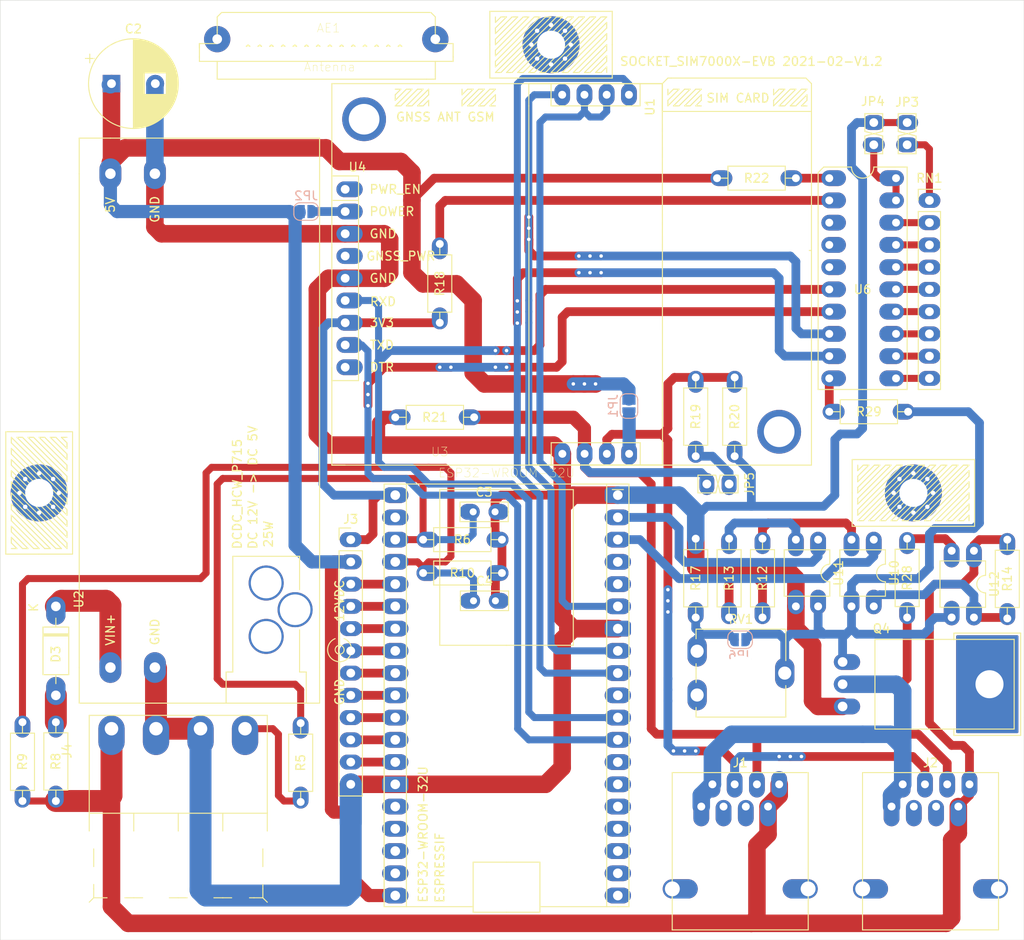
<source format=kicad_pcb>
(kicad_pcb (version 20171130) (host pcbnew 5.1.5+dfsg1-2build2)
  (layers (0 F.Cu signal) (31 B.Cu signal) (34 B.Paste user) (35 F.Paste user) (36 B.SilkS user) (37 F.SilkS user) (38 B.Mask user) (39 F.Mask user) (44 Edge.Cuts user))
  (net 0 "")
  (net 1 GND)
  (net 2 +BATT)
  (net 3 /V_SOLAR)
  (net 4 /RS485_A)
  (net 5 /RS485_B)
  (net 6 "Net-(JP1-Pad2)")
  (net 7 /UART2_DRIVER)
  (net 8 "Net-(U3-Pad32)")
  (net 9 "Net-(U3-Pad24)")
  (net 10 "Net-(U3-Pad23)")
  (net 11 "Net-(U3-Pad34)")
  (net 12 "Net-(U3-Pad36)")
  (net 13 "Net-(U3-Pad33)")
  (net 14 "Net-(U3-Pad38)")
  (net 15 "Net-(U3-Pad37)")
  (net 16 "Net-(U3-Pad29)")
  (net 17 "Net-(U3-Pad35)")
  (net 18 "Net-(U3-Pad2)")
  (net 19 +3V3)
  (net 20 /VP_PIN)
  (net 21 /VN_PIN)
  (net 22 "Net-(U3-Pad18)")
  (net 23 "Net-(U3-Pad16)")
  (net 24 "Net-(U3-Pad17)")
  (net 25 "Net-(U3-Pad15)")
  (net 26 /BUS_5)
  (net 27 /BUS_3)
  (net 28 "Net-(U4-Pad9)")
  (net 29 "Net-(U4-Pad4)")
  (net 30 "Net-(JP2-Pad1)")
  (net 31 /SIM_PWR_KEY)
  (net 32 /SIM_IN_LED)
  (net 33 /COM_IN_LED)
  (net 34 /COM_OUT_LED)
  (net 35 /SIM_OUT_LED)
  (net 36 +5V)
  (net 37 "Net-(AE1-Pad1)")
  (net 38 "Net-(JP5-Pad1)")
  (net 39 "Net-(D3-Pad1)")
  (net 40 "Net-(JP4-Pad2)")
  (net 41 /VBUS_LED)
  (net 42 "Net-(R14-Pad2)")
  (net 43 "Net-(R18-Pad2)")
  (net 44 "Net-(R22-Pad1)")
  (net 45 "Net-(JP3-Pad2)")
  (net 46 "Net-(R28-Pad1)")
  (net 47 "Net-(RN1-Pad9)")
  (net 48 "Net-(RN1-Pad8)")
  (net 49 "Net-(RN1-Pad7)")
  (net 50 "Net-(RN1-Pad6)")
  (net 51 "Net-(RN1-Pad5)")
  (net 52 "Net-(RN1-Pad4)")
  (net 53 "Net-(RN1-Pad3)")
  (net 54 "Net-(RN1-Pad2)")
  (net 55 "Net-(U6-Pad5)")
  (net 56 "Net-(U6-Pad4)")
  (net 57 "Net-(U6-Pad3)")
  (net 58 /Vout_ON)
  (net 59 /Vout_OFF)
  (net 60 /SAFE_BAT_GND)
  (net 61 "Net-(JP6-Pad2)")
  (net 62 "Net-(D3-Pad2)")
  (net 63 "Net-(R12-Pad2)")
  (net 64 "Net-(R13-Pad2)")
  (net 65 "Net-(JP6-Pad1)")
  (net 66 "Net-(J3-Pad11)")
  (net 67 "Net-(J3-Pad10)")
  (net 68 "Net-(J3-Pad9)")
  (net 69 "Net-(J3-Pad8)")
  (net 70 "Net-(J3-Pad7)")
  (net 71 "Net-(J3-Pad6)")
  (net 72 "Net-(J3-Pad5)")
  (net 73 "Net-(J3-Pad4)")
  (net 74 "Net-(J3-Pad3)")
  (net 75 "Net-(RV1-Pad1)")
  (module myComponents:DCDC_HCW_P715 (layer F.Cu) (at 312.928 97.79 90)
    (fp_text reference U2 (at 7.8 -3.6 90) (layer F.SilkS))
    (fp_text value 5V5ADCDC)
    (fp_text user 25W (at 15.24 18.034 90) (layer F.SilkS))
    (fp_text user "DC 12V -> DC 5V" (at 20.574 16.256 90) (layer F.SilkS))
    (fp_text user GND (at -2.794 26.162 90) (layer F.SilkS))
    (fp_text user 12VDC (at 7.62 26.162 90) (layer F.SilkS))
    (fp_text user DCDC_HCW_P715 (at 19.812 14.478 90) (layer F.SilkS))
    (fp_text user 5V (at 52.832 0 90) (layer F.SilkS))
    (fp_text user GND (at 52.324 5.08 90) (layer F.SilkS))
    (fp_text user GND (at 4.064 5.08 90) (layer F.SilkS))
    (fp_text user VIN+ (at 4.318 0 90) (layer F.SilkS))
    (pad "" thru_hole circle (at 6.604 21.082 90) (size 4 4) (drill 3.5) (layers *.Cu *.Mask))
    (pad "" thru_hole circle (at 9.652 17.78 90) (size 4 4) (drill 3.5) (layers *.Cu *.Mask))
    (pad "" thru_hole circle (at 3.556 17.78 90) (size 4 4) (drill 3.5) (layers *.Cu *.Mask))
    (pad 4 thru_hole oval (at 56.388 5.08 90) (size 3.5 2.5) (drill 1.2) (layers *.Cu *.Mask) (net 1 GND))
    (pad 3 thru_hole oval (at 56.388 0 90) (size 3.5 2.5) (drill 1.2) (layers *.Cu *.Mask) (net 36 +5V))
    (pad 2 thru_hole oval (at 0 5.08 90) (size 3.5 2.5) (drill 1.2) (layers *.Cu *.Mask) (net 1 GND))
    (pad 1 thru_hole oval (at 0 0 90) (size 3.5 2.5) (drill 1.2) (layers *.Cu *.Mask) (net 39 "Net-(D3-Pad1)"))
  )
  (module myComponents:sim7000G_dev_board (layer F.Cu) (at 339.725 43.18)
    (fp_text reference U4 (at 1.397 -2.54) (layer F.SilkS))
    (fp_text value SIM7000G_DEVBoard hide)
    (fp_text user "SOCKET_SIM7000X-EVB 2021-02-V1.2" (at 46.355 -14.605) (layer F.SilkS))
    (fp_text user DTR (at 4.191 20.32) (layer F.SilkS))
    (fp_text user TXD (at 4.191 17.78) (layer F.SilkS))
    (fp_text user 3V3 (at 4.191 15.24) (layer F.SilkS))
    (fp_text user RXD (at 4.318 12.827) (layer F.SilkS))
    (fp_text user GND (at 4.318 10.16) (layer F.SilkS))
    (fp_text user GNSS_PWR (at 6.35 7.62) (layer F.SilkS))
    (fp_text user GND (at 4.318 5.08) (layer F.SilkS))
    (fp_text user POWER (at 5.334 2.54) (layer F.SilkS))
    (fp_text user PWR_EN (at 5.715 0) (layer F.SilkS))
    (fp_text user "GNSS ANT GSM" (at 11.43 -8.255) (layer F.SilkS))
    (fp_text user "SIM CARD" (at 44.831 -10.414) (layer F.SilkS))
    (pad "" thru_hole oval (at 49.53 27.686) (size 5 5) (drill 3.5) (layers *.Cu *.Mask))
    (pad "" thru_hole oval (at 2.159 -8.001) (size 5 5) (drill 3.5) (layers *.Cu *.Mask))
    (pad 9 thru_hole oval (at 0 20.32) (size 3 1.8) (drill 1 (offset 0.5 0)) (layers *.Cu *.Mask) (net 28 "Net-(U4-Pad9)"))
    (pad 8 thru_hole oval (at 0 17.78) (size 3 1.8) (drill 1 (offset 0.5 0)) (layers *.Cu *.Mask) (net 32 /SIM_IN_LED))
    (pad 7 thru_hole oval (at 0 15.24) (size 3 1.8) (drill 1 (offset 0.5 0)) (layers *.Cu *.Mask) (net 19 +3V3))
    (pad 6 thru_hole oval (at 0 12.7) (size 3 1.8) (drill 1 (offset 0.5 0)) (layers *.Cu *.Mask) (net 35 /SIM_OUT_LED))
    (pad 5 thru_hole oval (at 0 10.16) (size 3 1.8) (drill 1 (offset 0.5 0)) (layers *.Cu *.Mask) (net 1 GND))
    (pad 4 thru_hole oval (at 0 7.62) (size 3 1.8) (drill 1 (offset 0.5 0)) (layers *.Cu *.Mask) (net 29 "Net-(U4-Pad4)"))
    (pad 3 thru_hole oval (at 0 5.08) (size 3 1.8) (drill 1 (offset 0.5 0)) (layers *.Cu *.Mask) (net 1 GND))
    (pad 2 thru_hole oval (at 0 2.54) (size 3 1.8) (drill 1 (offset 0.5 0)) (layers *.Cu *.Mask) (net 30 "Net-(JP2-Pad1)"))
    (pad 1 thru_hole oval (at 0 0) (size 3 1.8) (drill 1 (offset 0.5 0)) (layers *.Cu *.Mask) (net 31 /SIM_PWR_KEY))
  )
  (module myComponents:MAX485_module (layer F.Cu) (at 372.11 32.385 270)
    (fp_text reference U1 (at 1.4 -2.4 90) (layer F.SilkS))
    (fp_text value MAX48_module)
    (pad 6 thru_hole oval (at 41 5.06 90) (size 2.5 1.8) (drill 0.9) (layers *.Cu *.Mask) (net 4 /RS485_A))
    (pad 7 thru_hole oval (at 41 2.52 90) (size 2.5 1.8) (drill 0.9) (layers *.Cu *.Mask) (net 5 /RS485_B))
    (pad 5 thru_hole oval (at 41 7.6 90) (size 2.5 1.8) (drill 0.9) (layers *.Cu *.Mask) (net 1 GND))
    (pad 8 thru_hole oval (at 41 -0.02 90) (size 2.5 1.8) (drill 0.9) (layers *.Cu *.Mask) (net 6 "Net-(JP1-Pad2)"))
    (pad 4 thru_hole oval (at 0 7.62 270) (size 2.5 1.8) (drill 0.9) (layers *.Cu *.Mask) (net 34 /COM_OUT_LED))
    (pad 3 thru_hole oval (at 0 5.08 270) (size 2.5 1.8) (drill 0.9) (layers *.Cu *.Mask) (net 7 /UART2_DRIVER))
    (pad 2 thru_hole oval (at 0 2.54 270) (size 2.5 1.8) (drill 0.9) (layers *.Cu *.Mask) (net 7 /UART2_DRIVER))
    (pad 1 thru_hole oval (at 0 0 270) (size 2.5 1.8) (drill 0.9) (layers *.Cu *.Mask) (net 33 /COM_IN_LED))
  )
  (module myComponents:ESP32-WROOM-32U (layer F.Cu) (at 345.44 78.105)
    (fp_text reference U3 (at 5.08 -4.951) (layer F.SilkS) (effects (font (size 1.00039 1.00039) (thickness 0.05))))
    (fp_text value ESP32-WROOM-32U (at 12.7 -2.54) (layer F.SilkS) (effects (font (size 1.00105 1.00105) (thickness 0.05))))
    (fp_text user ESP32-WROOM-32U (at 3.175 38.735 90) (layer F.SilkS))
    (fp_text user ESPRESSIF (at 5.08 42.545 90) (layer F.SilkS))
    (pad 25 thru_hole oval (at 25.4 12.7) (size 3 1.8) (drill 1.1) (layers *.Cu *.Mask) (net 7 /UART2_DRIVER))
    (pad 32 thru_hole oval (at 25.4 30.48) (size 3 1.8) (drill 1.1) (layers *.Cu *.Mask) (net 8 "Net-(U3-Pad32)"))
    (pad 24 thru_hole oval (at 25.4 10.16) (size 3 1.8) (drill 1.1) (layers *.Cu *.Mask) (net 9 "Net-(U3-Pad24)"))
    (pad 22 thru_hole oval (at 25.4 5.08) (size 3 1.8) (drill 1.1) (layers *.Cu *.Mask) (net 58 /Vout_ON))
    (pad 23 thru_hole oval (at 25.4 7.62) (size 3 1.8) (drill 1.1) (layers *.Cu *.Mask) (net 10 "Net-(U3-Pad23)"))
    (pad 34 thru_hole oval (at 25.4 35.56) (size 3 1.8) (drill 1.1) (layers *.Cu *.Mask) (net 11 "Net-(U3-Pad34)"))
    (pad 36 thru_hole oval (at 25.4 40.64) (size 3 1.8) (drill 1.1) (layers *.Cu *.Mask) (net 12 "Net-(U3-Pad36)"))
    (pad 33 thru_hole oval (at 25.4 33.02) (size 3 1.8) (drill 1.1) (layers *.Cu *.Mask) (net 13 "Net-(U3-Pad33)"))
    (pad 20 thru_hole roundrect (at 25.4 0) (size 3 1.8) (drill 1.1) (layers *.Cu *.Mask) (net 1 GND))
    (pad 38 thru_hole oval (at 25.4 45.72) (size 3 1.8) (drill 1.1) (layers *.Cu *.Mask) (net 14 "Net-(U3-Pad38)"))
    (pad 37 thru_hole oval (at 25.4 43.18) (size 3 1.8) (drill 1.1) (layers *.Cu *.Mask) (net 15 "Net-(U3-Pad37)"))
    (pad 29 thru_hole oval (at 25.4 22.86) (size 3 1.8) (drill 1.1) (layers *.Cu *.Mask) (net 16 "Net-(U3-Pad29)"))
    (pad 27 thru_hole oval (at 25.4 17.78) (size 3 1.8) (drill 1.1) (layers *.Cu *.Mask) (net 34 /COM_OUT_LED))
    (pad 28 thru_hole oval (at 25.4 20.32) (size 3 1.8) (drill 1.1) (layers *.Cu *.Mask) (net 33 /COM_IN_LED))
    (pad 31 thru_hole oval (at 25.4 27.94) (size 3 1.8) (drill 1.1) (layers *.Cu *.Mask) (net 32 /SIM_IN_LED))
    (pad 35 thru_hole oval (at 25.4 38.1) (size 3 1.8) (drill 1.1) (layers *.Cu *.Mask) (net 17 "Net-(U3-Pad35)"))
    (pad 30 thru_hole oval (at 25.4 25.4) (size 3 1.8) (drill 1.1) (layers *.Cu *.Mask) (net 35 /SIM_OUT_LED))
    (pad 26 thru_hole roundrect (at 25.4 15.24) (size 3 1.8) (drill 1.1) (layers *.Cu *.Mask) (net 1 GND))
    (pad 21 thru_hole oval (at 25.4 2.54) (size 3 1.8) (drill 1.1) (layers *.Cu *.Mask) (net 59 /Vout_OFF))
    (pad 6 thru_hole oval (at 0 12.7) (size 3 1.8) (drill 1.1) (layers *.Cu *.Mask) (net 73 "Net-(J3-Pad4)"))
    (pad 2 thru_hole oval (at 0 2.54) (size 3 1.8) (drill 1.1) (layers *.Cu *.Mask) (net 18 "Net-(U3-Pad2)"))
    (pad 7 thru_hole oval (at 0 15.24) (size 3 1.8) (drill 1.1) (layers *.Cu *.Mask) (net 72 "Net-(J3-Pad5)"))
    (pad 8 thru_hole oval (at 0 17.78) (size 3 1.8) (drill 1.1) (layers *.Cu *.Mask) (net 71 "Net-(J3-Pad6)"))
    (pad 9 thru_hole oval (at 0 20.32) (size 3 1.8) (drill 1.1) (layers *.Cu *.Mask) (net 70 "Net-(J3-Pad7)"))
    (pad 1 thru_hole oval (at 0 0) (size 3 1.8) (drill 1.1) (layers *.Cu *.Mask) (net 19 +3V3))
    (pad 3 thru_hole oval (at 0 5.08) (size 3 1.8) (drill 1.1) (layers *.Cu *.Mask) (net 20 /VP_PIN))
    (pad 4 thru_hole oval (at 0 7.62) (size 3 1.8) (drill 1.1) (layers *.Cu *.Mask) (net 21 /VN_PIN))
    (pad 5 thru_hole oval (at 0 10.16) (size 3 1.8) (drill 1.1) (layers *.Cu *.Mask) (net 74 "Net-(J3-Pad3)"))
    (pad 18 thru_hole oval (at 0 43.18) (size 3 1.8) (drill 1.1) (layers *.Cu *.Mask) (net 22 "Net-(U3-Pad18)"))
    (pad 19 thru_hole oval (at 0 45.72) (size 3 1.8) (drill 1.1) (layers *.Cu *.Mask) (net 36 +5V))
    (pad 16 thru_hole oval (at 0 38.1) (size 3 1.8) (drill 1.1) (layers *.Cu *.Mask) (net 23 "Net-(U3-Pad16)"))
    (pad 17 thru_hole oval (at 0 40.64) (size 3 1.8) (drill 1.1) (layers *.Cu *.Mask) (net 24 "Net-(U3-Pad17)"))
    (pad 14 thru_hole roundrect (at 0 33.02) (size 3 1.8) (drill 1.1) (layers *.Cu *.Mask) (net 1 GND))
    (pad 15 thru_hole oval (at 0 35.56) (size 3 1.8) (drill 1.1) (layers *.Cu *.Mask) (net 25 "Net-(U3-Pad15)"))
    (pad 10 thru_hole oval (at 0 22.86) (size 3 1.8) (drill 1.1) (layers *.Cu *.Mask) (net 69 "Net-(J3-Pad8)"))
    (pad 11 thru_hole oval (at 0 25.4) (size 3 1.8) (drill 1.1) (layers *.Cu *.Mask) (net 68 "Net-(J3-Pad9)"))
    (pad 12 thru_hole oval (at 0 27.94) (size 3 1.8) (drill 1.1) (layers *.Cu *.Mask) (net 67 "Net-(J3-Pad10)"))
    (pad 13 thru_hole oval (at 0 30.48) (size 3 1.8) (drill 1.1) (layers *.Cu *.Mask) (net 66 "Net-(J3-Pad11)"))
  )
  (module "myComponents:M3 mechanical" (layer F.Cu) (at 363.22 26.67 270)
    (fp_text reference REF** hide)
    (fp_text value "M3 mechanical" hide)
    (pad "" thru_hole circle (at 0 0 270) (size 6.5 6.5) (drill 3.2) (layers *.Cu *.Mask))
    (pad 1 thru_hole circle (at -2.25 0 270) (size 0.8 0.8) (drill 0.5) (layers *.Cu *.Mask))
    (pad 1 thru_hole circle (at -1.59099 -1.59099 270) (size 0.8 0.8) (drill 0.5) (layers *.Cu *.Mask))
    (pad 1 thru_hole circle (at 1.59099 1.59099 270) (size 0.8 0.8) (drill 0.5) (layers *.Cu *.Mask))
    (pad 1 thru_hole circle (at 0 2.25 270) (size 0.8 0.8) (drill 0.5) (layers *.Cu *.Mask))
    (pad 1 thru_hole circle (at 0 -2.25 270) (size 0.8 0.8) (drill 0.5) (layers *.Cu *.Mask))
    (pad 1 thru_hole circle (at 1.59099 -1.59099 270) (size 0.8 0.8) (drill 0.5) (layers *.Cu *.Mask))
    (pad 1 thru_hole circle (at -1.59099 1.59099 270) (size 0.8 0.8) (drill 0.5) (layers *.Cu *.Mask))
    (pad 1 thru_hole circle (at 2.25 0 270) (size 0.8 0.8) (drill 0.5) (layers *.Cu *.Mask))
  )
  (module "myComponents:M3 mechanical" (layer F.Cu) (at 304.8 77.851 180)
    (fp_text reference REF** hide)
    (fp_text value "M3 mechanical" hide)
    (pad "" thru_hole circle (at 0 0 180) (size 6.5 6.5) (drill 3.2) (layers *.Cu *.Mask))
    (pad 1 thru_hole circle (at -2.25 0 180) (size 0.8 0.8) (drill 0.5) (layers *.Cu *.Mask))
    (pad 1 thru_hole circle (at -1.59099 -1.59099 180) (size 0.8 0.8) (drill 0.5) (layers *.Cu *.Mask))
    (pad 1 thru_hole circle (at 1.59099 1.59099 180) (size 0.8 0.8) (drill 0.5) (layers *.Cu *.Mask))
    (pad 1 thru_hole circle (at 0 2.25 180) (size 0.8 0.8) (drill 0.5) (layers *.Cu *.Mask))
    (pad 1 thru_hole circle (at 0 -2.25 180) (size 0.8 0.8) (drill 0.5) (layers *.Cu *.Mask))
    (pad 1 thru_hole circle (at 1.59099 -1.59099 180) (size 0.8 0.8) (drill 0.5) (layers *.Cu *.Mask))
    (pad 1 thru_hole circle (at -1.59099 1.59099 180) (size 0.8 0.8) (drill 0.5) (layers *.Cu *.Mask))
    (pad 1 thru_hole circle (at 2.25 0 180) (size 0.8 0.8) (drill 0.5) (layers *.Cu *.Mask))
  )
  (module "myComponents:M3 mechanical" (layer F.Cu) (at 404.5712 77.851 270)
    (fp_text reference REF** hide)
    (fp_text value "M3 mechanical" hide)
    (pad 1 thru_hole circle (at 2.25 0 270) (size 0.8 0.8) (drill 0.5) (layers *.Cu *.Mask))
    (pad 1 thru_hole circle (at -1.59099 1.59099 270) (size 0.8 0.8) (drill 0.5) (layers *.Cu *.Mask))
    (pad 1 thru_hole circle (at 1.59099 -1.59099 270) (size 0.8 0.8) (drill 0.5) (layers *.Cu *.Mask))
    (pad 1 thru_hole circle (at 0 -2.25 270) (size 0.8 0.8) (drill 0.5) (layers *.Cu *.Mask))
    (pad 1 thru_hole circle (at 0 2.25 270) (size 0.8 0.8) (drill 0.5) (layers *.Cu *.Mask))
    (pad 1 thru_hole circle (at 1.59099 1.59099 270) (size 0.8 0.8) (drill 0.5) (layers *.Cu *.Mask))
    (pad 1 thru_hole circle (at -1.59099 -1.59099 270) (size 0.8 0.8) (drill 0.5) (layers *.Cu *.Mask))
    (pad 1 thru_hole circle (at -2.25 0 270) (size 0.8 0.8) (drill 0.5) (layers *.Cu *.Mask))
    (pad "" thru_hole circle (at 0 0 270) (size 6.5 6.5) (drill 3.2) (layers *.Cu *.Mask))
  )
  (module myComponents:PinHeader_1x12_P2.54mm_widePads (layer F.Cu) (at 340.36 83.185)
    (fp_text reference J3 (at 0 -2.33) (layer F.SilkS))
    (fp_text value Conn_01x12_Male hide)
    (pad 12 thru_hole oval (at 0 27.94) (size 2.5 1.7) (drill 1) (layers *.Cu *.Mask) (net 1 GND))
    (pad 11 thru_hole oval (at 0 25.4) (size 2.5 1.7) (drill 1) (layers *.Cu *.Mask) (net 66 "Net-(J3-Pad11)"))
    (pad 10 thru_hole oval (at 0 22.86) (size 2.5 1.7) (drill 1) (layers *.Cu *.Mask) (net 67 "Net-(J3-Pad10)"))
    (pad 9 thru_hole oval (at 0 20.32) (size 2.5 1.7) (drill 1) (layers *.Cu *.Mask) (net 68 "Net-(J3-Pad9)"))
    (pad 8 thru_hole oval (at 0 17.78) (size 2.5 1.7) (drill 1) (layers *.Cu *.Mask) (net 69 "Net-(J3-Pad8)"))
    (pad 7 thru_hole oval (at 0 15.24) (size 2.5 1.7) (drill 1) (layers *.Cu *.Mask) (net 70 "Net-(J3-Pad7)"))
    (pad 6 thru_hole oval (at 0 12.7) (size 2.5 1.7) (drill 1) (layers *.Cu *.Mask) (net 71 "Net-(J3-Pad6)"))
    (pad 5 thru_hole oval (at 0 10.16) (size 2.5 1.7) (drill 1) (layers *.Cu *.Mask) (net 72 "Net-(J3-Pad5)"))
    (pad 4 thru_hole oval (at 0 7.62) (size 2.5 1.7) (drill 1) (layers *.Cu *.Mask) (net 73 "Net-(J3-Pad4)"))
    (pad 3 thru_hole oval (at 0 5.08) (size 2.5 1.7) (drill 1) (layers *.Cu *.Mask) (net 74 "Net-(J3-Pad3)"))
    (pad 2 thru_hole oval (at 0 2.54) (size 2.5 1.7) (drill 1) (layers *.Cu *.Mask) (net 36 +5V))
    (pad 1 thru_hole oval (at 0 0) (size 2.5 1.7) (drill 1) (layers *.Cu *.Mask) (net 19 +3V3))
  )
  (module myComponents:Potentiometer_ACP_CA9-V10_Vertical_Hole (layer F.Cu) (at 379.89 100.925)
    (fp_text reference RV1 (at 5 -8.65) (layer F.SilkS))
    (fp_text value R_POT)
    (pad "" np_thru_hole circle (at 5 -2.5) (size 4 4) (drill 4) (layers *.Cu *.Mask))
    (pad 1 thru_hole oval (at 0 0) (size 2.2 3.5) (drill 1.5) (layers *.Cu *.Mask) (net 75 "Net-(RV1-Pad1)"))
    (pad 2 thru_hole oval (at 10 -2.5) (size 2.2 3.5) (drill 1.5) (layers *.Cu *.Mask) (net 61 "Net-(JP6-Pad2)"))
    (pad 3 thru_hole oval (at 0 -5) (size 2.2 3.5) (drill 1.5) (layers *.Cu *.Mask) (net 65 "Net-(JP6-Pad1)"))
  )
  (module myComponents:1N41_Diode (layer F.Cu) (at 306.705 90.805 270)
    (fp_text reference D3 (at 5.461 0 90) (layer F.SilkS))
    (fp_text value D)
    (fp_text user K (at 0.127 2.54 90) (layer F.SilkS))
    (pad 2 thru_hole oval (at 10.16 0 270) (size 3.2 2.2) (drill 1.1 (offset -0.5 0)) (layers *.Cu *.Mask) (net 62 "Net-(D3-Pad2)"))
    (pad 1 thru_hole oval (at 0 0 270) (size 3.2 2.2) (drill 1.1 (offset 0.5 0)) (layers *.Cu *.Mask) (net 39 "Net-(D3-Pad1)"))
  )
  (module myComponents:optoCouplerDIP4 (layer F.Cu) (at 411.48 84.455 270)
    (fp_text reference U12 (at 3.81 -2.33 90) (layer F.SilkS))
    (fp_text value PC817 hide)
    (pad 4 thru_hole oval (at 7.62 0 270) (size 2.8 1.8) (drill 0.9 (offset -0.5 0)) (layers *.Cu *.Mask) (net 42 "Net-(R14-Pad2)"))
    (pad 2 thru_hole oval (at 0 2.54 270) (size 2.8 1.8) (drill 0.9 (offset 0.5 0)) (layers *.Cu *.Mask) (net 46 "Net-(R28-Pad1)"))
    (pad 3 thru_hole oval (at 7.62 2.54 270) (size 2.8 1.8) (drill 0.9 (offset -0.5 0)) (layers *.Cu *.Mask) (net 61 "Net-(JP6-Pad2)"))
    (pad 1 thru_hole oval (at 0 0 270) (size 2.8 1.8) (drill 0.9 (offset 0.5 0)) (layers *.Cu *.Mask) (net 2 +BATT))
  )
  (module myComponents:optoCouplerDIP4 (layer F.Cu) (at 393.7 83.185 270)
    (fp_text reference U11 (at 3.81 -2.33 90) (layer F.SilkS))
    (fp_text value PC817 hide)
    (pad 4 thru_hole oval (at 7.62 0 270) (size 2.8 1.8) (drill 0.9 (offset -0.5 0)) (layers *.Cu *.Mask) (net 61 "Net-(JP6-Pad2)"))
    (pad 2 thru_hole oval (at 0 2.54 270) (size 2.8 1.8) (drill 0.9 (offset 0.5 0)) (layers *.Cu *.Mask) (net 64 "Net-(R13-Pad2)"))
    (pad 3 thru_hole oval (at 7.62 2.54 270) (size 2.8 1.8) (drill 0.9 (offset -0.5 0)) (layers *.Cu *.Mask) (net 1 GND))
    (pad 1 thru_hole oval (at 0 0 270) (size 2.8 1.8) (drill 0.9 (offset 0.5 0)) (layers *.Cu *.Mask) (net 59 /Vout_OFF))
  )
  (module myComponents:optoCouplerDIP4 (layer F.Cu) (at 400.05 83.185 270)
    (fp_text reference U10 (at 3.81 -2.33 90) (layer F.SilkS))
    (fp_text value PC817 hide)
    (pad 4 thru_hole oval (at 7.62 0 270) (size 2.8 1.8) (drill 0.9 (offset -0.5 0)) (layers *.Cu *.Mask) (net 42 "Net-(R14-Pad2)"))
    (pad 2 thru_hole oval (at 0 2.54 270) (size 2.8 1.8) (drill 0.9 (offset 0.5 0)) (layers *.Cu *.Mask) (net 63 "Net-(R12-Pad2)"))
    (pad 3 thru_hole oval (at 7.62 2.54 270) (size 2.8 1.8) (drill 0.9 (offset -0.5 0)) (layers *.Cu *.Mask) (net 61 "Net-(JP6-Pad2)"))
    (pad 1 thru_hole oval (at 0 0 270) (size 2.8 1.8) (drill 0.9 (offset 0.5 0)) (layers *.Cu *.Mask) (net 58 /Vout_ON))
  )
  (module myComponents:DIP-20_LED_BAR_DISP (layer F.Cu) (at 394.97 41.91)
    (fp_text reference U6 (at 3.81 12.7) (layer F.SilkS))
    (fp_text value MULTICOL_LED_BAR)
    (pad 11 thru_hole oval (at 7.62 22.86 180) (size 2.8 1.8) (drill 0.9 (offset 0.5 0)) (layers *.Cu *.Mask) (net 47 "Net-(RN1-Pad9)"))
    (pad 12 thru_hole oval (at 7.62 20.32 180) (size 2.8 1.8) (drill 0.9 (offset 0.5 0)) (layers *.Cu *.Mask) (net 48 "Net-(RN1-Pad8)"))
    (pad 13 thru_hole oval (at 7.62 17.78 180) (size 2.8 1.8) (drill 0.9 (offset 0.5 0)) (layers *.Cu *.Mask) (net 49 "Net-(RN1-Pad7)"))
    (pad 14 thru_hole oval (at 7.62 15.24 180) (size 2.8 1.8) (drill 0.9 (offset 0.5 0)) (layers *.Cu *.Mask) (net 50 "Net-(RN1-Pad6)"))
    (pad 15 thru_hole oval (at 7.62 12.7 180) (size 2.8 1.8) (drill 0.9 (offset 0.5 0)) (layers *.Cu *.Mask) (net 51 "Net-(RN1-Pad5)"))
    (pad 16 thru_hole oval (at 7.62 10.16 180) (size 2.8 1.8) (drill 0.9 (offset 0.5 0)) (layers *.Cu *.Mask) (net 52 "Net-(RN1-Pad4)"))
    (pad 17 thru_hole oval (at 7.62 7.62 180) (size 2.8 1.8) (drill 0.9 (offset 0.5 0)) (layers *.Cu *.Mask) (net 53 "Net-(RN1-Pad3)"))
    (pad 18 thru_hole oval (at 7.62 5.08 180) (size 2.8 1.8) (drill 0.9 (offset 0.5 0)) (layers *.Cu *.Mask) (net 54 "Net-(RN1-Pad2)"))
    (pad 19 thru_hole oval (at 7.62 2.54 180) (size 2.8 1.8) (drill 0.9 (offset 0.5 0)) (layers *.Cu *.Mask) (net 40 "Net-(JP4-Pad2)"))
    (pad 20 thru_hole oval (at 7.62 0 180) (size 2.8 1.8) (drill 0.9 (offset 0.5 0)) (layers *.Cu *.Mask) (net 40 "Net-(JP4-Pad2)"))
    (pad 10 thru_hole oval (at 0 22.86) (size 2.8 1.8) (drill 0.9 (offset 0.5 0)) (layers *.Cu *.Mask) (net 41 /VBUS_LED))
    (pad 9 thru_hole oval (at 0 20.32) (size 2.8 1.8) (drill 0.9 (offset 0.5 0)) (layers *.Cu *.Mask) (net 33 /COM_IN_LED))
    (pad 8 thru_hole oval (at 0 17.78) (size 2.8 1.8) (drill 0.9 (offset 0.5 0)) (layers *.Cu *.Mask) (net 34 /COM_OUT_LED))
    (pad 7 thru_hole oval (at 0 15.24) (size 2.8 1.8) (drill 0.9 (offset 0.5 0)) (layers *.Cu *.Mask) (net 32 /SIM_IN_LED))
    (pad 6 thru_hole oval (at 0 12.7) (size 2.8 1.8) (drill 0.9 (offset 0.5 0)) (layers *.Cu *.Mask) (net 35 /SIM_OUT_LED))
    (pad 5 thru_hole oval (at 0 10.16) (size 2.8 1.8) (drill 0.9 (offset 0.5 0)) (layers *.Cu *.Mask) (net 55 "Net-(U6-Pad5)"))
    (pad 4 thru_hole oval (at 0 7.62) (size 2.8 1.8) (drill 0.9 (offset 0.5 0)) (layers *.Cu *.Mask) (net 56 "Net-(U6-Pad4)"))
    (pad 3 thru_hole oval (at 0 5.08) (size 2.8 1.8) (drill 0.9 (offset 0.5 0)) (layers *.Cu *.Mask) (net 57 "Net-(U6-Pad3)"))
    (pad 2 thru_hole oval (at 0 2.54) (size 2.8 1.8) (drill 0.9 (offset 0.5 0)) (layers *.Cu *.Mask) (net 43 "Net-(R18-Pad2)"))
    (pad 1 thru_hole oval (at 0 0) (size 2.8 1.8) (drill 0.9 (offset 0.5 0)) (layers *.Cu *.Mask) (net 44 "Net-(R22-Pad1)"))
  )
  (module myComponents:PinHeader_1x9_P2.54mm_widePads (layer F.Cu) (at 406.4 44.45)
    (fp_text reference RN1 (at 0 -2.54) (layer F.SilkS))
    (fp_text value R_Network08 hide)
    (pad 9 thru_hole oval (at 0 20.32) (size 2.5 1.7) (drill 1) (layers *.Cu *.Mask) (net 47 "Net-(RN1-Pad9)"))
    (pad 8 thru_hole oval (at 0 17.78) (size 2.5 1.7) (drill 1) (layers *.Cu *.Mask) (net 48 "Net-(RN1-Pad8)"))
    (pad 7 thru_hole oval (at 0 15.24) (size 2.5 1.7) (drill 1) (layers *.Cu *.Mask) (net 49 "Net-(RN1-Pad7)"))
    (pad 6 thru_hole oval (at 0 12.7) (size 2.5 1.7) (drill 1) (layers *.Cu *.Mask) (net 50 "Net-(RN1-Pad6)"))
    (pad 5 thru_hole oval (at 0 10.16) (size 2.5 1.7) (drill 1) (layers *.Cu *.Mask) (net 51 "Net-(RN1-Pad5)"))
    (pad 4 thru_hole oval (at 0 7.62) (size 2.5 1.7) (drill 1) (layers *.Cu *.Mask) (net 52 "Net-(RN1-Pad4)"))
    (pad 3 thru_hole oval (at 0 5.08) (size 2.5 1.7) (drill 1) (layers *.Cu *.Mask) (net 53 "Net-(RN1-Pad3)"))
    (pad 2 thru_hole oval (at 0 2.54) (size 2.5 1.7) (drill 1) (layers *.Cu *.Mask) (net 54 "Net-(RN1-Pad2)"))
    (pad 1 thru_hole oval (at 0 0) (size 2.5 1.7) (drill 1) (layers *.Cu *.Mask) (net 45 "Net-(JP3-Pad2)"))
  )
  (module myComponents:resistor0.25,9mm (layer F.Cu) (at 403.97 68.58 180)
    (fp_text reference R29 (at 4.48 0) (layer F.SilkS))
    (fp_text value 1K)
    (pad 2 thru_hole oval (at 9 0 180) (size 2.5 1.8) (drill 0.9 (offset -0.5 0)) (layers *.Cu *.Mask) (net 41 /VBUS_LED))
    (pad 1 thru_hole oval (at 0 0 180) (size 2.5 1.8) (drill 0.9 (offset 0.5 0)) (layers *.Cu *.Mask) (net 61 "Net-(JP6-Pad2)"))
  )
  (module myComponents:resistor0.25,9mm (layer F.Cu) (at 403.86 83.075 270)
    (fp_text reference R28 (at 4.48 0 90) (layer F.SilkS))
    (fp_text value 1K)
    (pad 2 thru_hole oval (at 9 0 270) (size 2.5 1.8) (drill 0.9 (offset -0.5 0)) (layers *.Cu *.Mask) (net 60 /SAFE_BAT_GND))
    (pad 1 thru_hole oval (at 0 0 270) (size 2.5 1.8) (drill 0.9 (offset 0.5 0)) (layers *.Cu *.Mask) (net 46 "Net-(R28-Pad1)"))
  )
  (module myComponents:resistor0.25,9mm (layer F.Cu) (at 391.16 41.91 180)
    (fp_text reference R22 (at 4.48 0) (layer F.SilkS))
    (fp_text value R)
    (pad 2 thru_hole oval (at 9 0 180) (size 2.5 1.8) (drill 0.9 (offset -0.5 0)) (layers *.Cu *.Mask) (net 36 +5V))
    (pad 1 thru_hole oval (at 0 0 180) (size 2.5 1.8) (drill 0.9 (offset 0.5 0)) (layers *.Cu *.Mask) (net 44 "Net-(R22-Pad1)"))
  )
  (module myComponents:resistor0.25,9mm (layer F.Cu) (at 354.44 69.215 180)
    (fp_text reference R21 (at 4.48 0) (layer F.SilkS))
    (fp_text value 120)
    (pad 2 thru_hole oval (at 9 0 180) (size 2.5 1.8) (drill 0.9 (offset -0.5 0)) (layers *.Cu *.Mask) (net 1 GND))
    (pad 1 thru_hole oval (at 0 0 180) (size 2.5 1.8) (drill 0.9 (offset 0.5 0)) (layers *.Cu *.Mask) (net 4 /RS485_A))
  )
  (module myComponents:resistor0.25,9mm (layer F.Cu) (at 384.175 64.66 270)
    (fp_text reference R20 (at 4.48 0 90) (layer F.SilkS))
    (fp_text value 120)
    (pad 2 thru_hole oval (at 9 0 270) (size 2.5 1.8) (drill 0.9 (offset -0.5 0)) (layers *.Cu *.Mask) (net 1 GND))
    (pad 1 thru_hole oval (at 0 0 270) (size 2.5 1.8) (drill 0.9 (offset 0.5 0)) (layers *.Cu *.Mask) (net 5 /RS485_B))
  )
  (module myComponents:resistor0.25,9mm (layer F.Cu) (at 379.73 64.66 270)
    (fp_text reference R19 (at 4.48 0 90) (layer F.SilkS))
    (fp_text value 120)
    (pad 2 thru_hole oval (at 9 0 270) (size 2.5 1.8) (drill 0.9 (offset -0.5 0)) (layers *.Cu *.Mask) (net 38 "Net-(JP5-Pad1)"))
    (pad 1 thru_hole oval (at 0 0 270) (size 2.5 1.8) (drill 0.9 (offset 0.5 0)) (layers *.Cu *.Mask) (net 5 /RS485_B))
  )
  (module myComponents:resistor0.25,9mm (layer F.Cu) (at 350.52 58.42 90)
    (fp_text reference R18 (at 4.48 0 90) (layer F.SilkS))
    (fp_text value 330R)
    (pad 2 thru_hole oval (at 9 0 90) (size 2.5 1.8) (drill 0.9 (offset -0.5 0)) (layers *.Cu *.Mask) (net 43 "Net-(R18-Pad2)"))
    (pad 1 thru_hole oval (at 0 0 90) (size 2.5 1.8) (drill 0.9 (offset 0.5 0)) (layers *.Cu *.Mask) (net 19 +3V3))
  )
  (module myComponents:resistor0.25,9mm (layer F.Cu) (at 379.73 92.075 90)
    (fp_text reference R17 (at 4.48 0 90) (layer F.SilkS))
    (fp_text value 100K)
    (pad 2 thru_hole oval (at 9 0 90) (size 2.5 1.8) (drill 0.9 (offset -0.5 0)) (layers *.Cu *.Mask) (net 1 GND))
    (pad 1 thru_hole oval (at 0 0 90) (size 2.5 1.8) (drill 0.9 (offset 0.5 0)) (layers *.Cu *.Mask) (net 65 "Net-(JP6-Pad1)"))
  )
  (module myComponents:resistor0.25,9mm (layer F.Cu) (at 415.29 83.185 270)
    (fp_text reference R14 (at 4.48 0 90) (layer F.SilkS))
    (fp_text value 1K)
    (pad 2 thru_hole oval (at 9 0 270) (size 2.5 1.8) (drill 0.9 (offset -0.5 0)) (layers *.Cu *.Mask) (net 42 "Net-(R14-Pad2)"))
    (pad 1 thru_hole oval (at 0 0 270) (size 2.5 1.8) (drill 0.9 (offset 0.5 0)) (layers *.Cu *.Mask) (net 2 +BATT))
  )
  (module myComponents:resistor0.25,9mm (layer F.Cu) (at 383.54 92.075 90)
    (fp_text reference R13 (at 4.48 0 90) (layer F.SilkS))
    (fp_text value 330R)
    (pad 2 thru_hole oval (at 9 0 90) (size 2.5 1.8) (drill 0.9 (offset -0.5 0)) (layers *.Cu *.Mask) (net 64 "Net-(R13-Pad2)"))
    (pad 1 thru_hole oval (at 0 0 90) (size 2.5 1.8) (drill 0.9 (offset 0.5 0)) (layers *.Cu *.Mask) (net 1 GND))
  )
  (module myComponents:resistor0.25,9mm (layer F.Cu) (at 387.35 92.075 90)
    (fp_text reference R12 (at 4.48 0 90) (layer F.SilkS))
    (fp_text value 330R)
    (pad 2 thru_hole oval (at 9 0 90) (size 2.5 1.8) (drill 0.9 (offset -0.5 0)) (layers *.Cu *.Mask) (net 63 "Net-(R12-Pad2)"))
    (pad 1 thru_hole oval (at 0 0 90) (size 2.5 1.8) (drill 0.9 (offset 0.5 0)) (layers *.Cu *.Mask) (net 1 GND))
  )
  (module myComponents:resistor0.25,9mm (layer F.Cu) (at 348.615 86.995)
    (fp_text reference R10 (at 4.48 0) (layer F.SilkS))
    (fp_text value 2M)
    (pad 2 thru_hole oval (at 9 0) (size 2.5 1.8) (drill 0.9 (offset -0.5 0)) (layers *.Cu *.Mask) (net 1 GND))
    (pad 1 thru_hole oval (at 0 0) (size 2.5 1.8) (drill 0.9 (offset 0.5 0)) (layers *.Cu *.Mask) (net 21 /VN_PIN))
  )
  (module myComponents:resistor0.25,9mm (layer F.Cu) (at 302.895 113.03 90)
    (fp_text reference R9 (at 4.48 0 90) (layer F.SilkS))
    (fp_text value 20M)
    (pad 2 thru_hole oval (at 9 0 90) (size 2.5 1.8) (drill 0.9 (offset -0.5 0)) (layers *.Cu *.Mask) (net 21 /VN_PIN))
    (pad 1 thru_hole oval (at 0 0 90) (size 2.5 1.8) (drill 0.9 (offset 0.5 0)) (layers *.Cu *.Mask) (net 2 +BATT))
  )
  (module myComponents:resistor0.25,9mm (layer F.Cu) (at 306.705 104.03 270)
    (fp_text reference R8 (at 4.48 0 90) (layer F.SilkS))
    (fp_text value R0)
    (pad 2 thru_hole oval (at 9 0 270) (size 2.5 1.8) (drill 0.9 (offset -0.5 0)) (layers *.Cu *.Mask) (net 2 +BATT))
    (pad 1 thru_hole oval (at 0 0 270) (size 2.5 1.8) (drill 0.9 (offset 0.5 0)) (layers *.Cu *.Mask) (net 62 "Net-(D3-Pad2)"))
  )
  (module myComponents:resistor0.25,9mm (layer F.Cu) (at 348.615 83.185)
    (fp_text reference R6 (at 4.48 0) (layer F.SilkS))
    (fp_text value 2M)
    (pad 2 thru_hole oval (at 9 0) (size 2.5 1.8) (drill 0.9 (offset -0.5 0)) (layers *.Cu *.Mask) (net 1 GND))
    (pad 1 thru_hole oval (at 0 0) (size 2.5 1.8) (drill 0.9 (offset 0.5 0)) (layers *.Cu *.Mask) (net 20 /VP_PIN))
  )
  (module myComponents:resistor0.25,9mm (layer F.Cu) (at 334.645 113.14 90)
    (fp_text reference R5 (at 4.48 0 90) (layer F.SilkS))
    (fp_text value 20M)
    (pad 2 thru_hole oval (at 9 0 90) (size 2.5 1.8) (drill 0.9 (offset -0.5 0)) (layers *.Cu *.Mask) (net 20 /VP_PIN))
    (pad 1 thru_hole oval (at 0 0 90) (size 2.5 1.8) (drill 0.9 (offset 0.5 0)) (layers *.Cu *.Mask) (net 3 /V_SOLAR))
  )
  (module myComponents:TO-220-3_Horizontal_TabDown_bothSides (layer F.Cu) (at 396.494 97.155 270)
    (fp_text reference Q4 (at -3.81 -4.445) (layer F.SilkS))
    (fp_text value IRF540N)
    (pad "" smd roundrect (at 2.54 -16.51 270) (size 11.18 7.11) (layers B.Cu B.Paste B.Mask) (roundrect_rratio 0.02))
    (pad "" thru_hole circle (at 2.54 -16.764 270) (size 5 5) (drill 3.2) (layers *.Cu *.Mask))
    (pad 3 thru_hole oval (at 5.08 0 270) (size 1.8 3) (drill 1.1 (offset 0 -0.5)) (layers *.Cu *.Mask) (net 1 GND))
    (pad 2 thru_hole oval (at 2.54 0 270) (size 1.8 3) (drill 1.1 (offset 0 -0.5)) (layers *.Cu *.Mask) (net 60 /SAFE_BAT_GND))
    (pad 1 thru_hole oval (at 0 0 270) (size 1.8 3) (drill 1.1 (offset 0 -0.5)) (layers *.Cu *.Mask) (net 61 "Net-(JP6-Pad2)"))
    (pad "" smd roundrect (at 2.54 -16.51 270) (size 11.18 7.11) (layers F.Cu F.Paste F.Mask) (roundrect_rratio 0.02))
  )
  (module Jumper:SolderJumper-2_P1.3mm_Open_RoundedPad1.0x1.5mm (layer B.Cu) (at 384.795 94.615)
    (fp_text reference JP6 (at 0 1.8) (layer B.SilkS) (effects (justify mirror)))
    (fp_text value SolderJumper_2_Open hide)
    (pad 2 smd custom (at 0.65 0) (size 1 0.5) (layers B.Cu B.Mask) (net 61 "Net-(JP6-Pad2)") (options (clearance outline) (anchor rect)) (primitives (gr_circle (center 0 -0.25) (end 0.5 -0.25) (width 0)) (gr_circle (center 0 0.25) (end 0.5 0.25) (width 0)) (gr_poly (pts (xy 0 0.75) (xy -0.5 0.75) (xy -0.5 -0.75) (xy 0 -0.75)) (width 0))))
    (pad 1 smd custom (at -0.65 0) (size 1 0.5) (layers B.Cu B.Mask) (net 65 "Net-(JP6-Pad1)") (options (clearance outline) (anchor rect)) (primitives (gr_circle (center 0 -0.25) (end 0.5 -0.25) (width 0)) (gr_circle (center 0 0.25) (end 0.5 0.25) (width 0)) (gr_poly (pts (xy 0 0.75) (xy 0.5 0.75) (xy 0.5 -0.75) (xy 0 -0.75)) (width 0))))
  )
  (module myComponents:jumperx2_P2.54mm_widePads (layer F.Cu) (at 383.54 76.835 270)
    (fp_text reference JP5 (at 0 -2.33 90) (layer F.SilkS))
    (fp_text value "RS485 terminator" hide)
    (pad 2 thru_hole oval (at 0 2.54 90) (size 2.5 1.7) (drill 1) (layers *.Cu *.Mask) (net 4 /RS485_A))
    (pad 1 thru_hole oval (at 0 0 90) (size 2.5 1.7) (drill 1) (layers *.Cu *.Mask) (net 38 "Net-(JP5-Pad1)"))
  )
  (module myComponents:jumperx2_P2.54mm_widePads (layer F.Cu) (at 400.05 35.56)
    (fp_text reference JP4 (at -0.1016 -2.413) (layer F.SilkS))
    (fp_text value Jumper_2_Bridged hide)
    (pad 2 thru_hole oval (at 0 2.54 180) (size 2.5 1.7) (drill 1) (layers *.Cu *.Mask) (net 40 "Net-(JP4-Pad2)"))
    (pad 1 thru_hole oval (at 0 0 180) (size 2.5 1.7) (drill 1) (layers *.Cu *.Mask) (net 1 GND))
  )
  (module myComponents:jumperx2_P2.54mm_widePads (layer F.Cu) (at 403.86 35.56)
    (fp_text reference JP3 (at 0 -2.33) (layer F.SilkS))
    (fp_text value Jumper_2_Bridged hide)
    (pad 2 thru_hole oval (at 0 2.54 180) (size 2.5 1.7) (drill 1) (layers *.Cu *.Mask) (net 45 "Net-(JP3-Pad2)"))
    (pad 1 thru_hole oval (at 0 0 180) (size 2.5 1.7) (drill 1) (layers *.Cu *.Mask) (net 1 GND))
  )
  (module Jumper:SolderJumper-2_P1.3mm_Open_RoundedPad1.0x1.5mm (layer B.Cu) (at 335.265 45.72 180)
    (fp_text reference JP2 (at 0 1.8) (layer B.SilkS) (effects (justify mirror)))
    (fp_text value SolderJumper_2_Open)
    (pad 2 smd custom (at 0.65 0 180) (size 1 0.5) (layers B.Cu B.Mask) (net 36 +5V) (options (clearance outline) (anchor rect)) (primitives (gr_circle (center 0 -0.25) (end 0.5 -0.25) (width 0)) (gr_circle (center 0 0.25) (end 0.5 0.25) (width 0)) (gr_poly (pts (xy 0 0.75) (xy -0.5 0.75) (xy -0.5 -0.75) (xy 0 -0.75)) (width 0))))
    (pad 1 smd custom (at -0.65 0 180) (size 1 0.5) (layers B.Cu B.Mask) (net 30 "Net-(JP2-Pad1)") (options (clearance outline) (anchor rect)) (primitives (gr_circle (center 0 -0.25) (end 0.5 -0.25) (width 0)) (gr_circle (center 0 0.25) (end 0.5 0.25) (width 0)) (gr_poly (pts (xy 0 0.75) (xy 0.5 0.75) (xy 0.5 -0.75) (xy 0 -0.75)) (width 0))))
  )
  (module Jumper:SolderJumper-2_P1.3mm_Open_RoundedPad1.0x1.5mm (layer B.Cu) (at 372.11 67.93 270)
    (fp_text reference JP1 (at 0 1.8 90) (layer B.SilkS) (effects (justify mirror)))
    (fp_text value SolderJumper_2_Open hide)
    (pad 2 smd custom (at 0.65 0 270) (size 1 0.5) (layers B.Cu B.Mask) (net 6 "Net-(JP1-Pad2)") (options (clearance outline) (anchor rect)) (primitives (gr_circle (center 0 -0.25) (end 0.5 -0.25) (width 0)) (gr_circle (center 0 0.25) (end 0.5 0.25) (width 0)) (gr_poly (pts (xy 0 0.75) (xy -0.5 0.75) (xy -0.5 -0.75) (xy 0 -0.75)) (width 0))))
    (pad 1 smd custom (at -0.65 0 270) (size 1 0.5) (layers B.Cu B.Mask) (net 36 +5V) (options (clearance outline) (anchor rect)) (primitives (gr_circle (center 0 -0.25) (end 0.5 -0.25) (width 0)) (gr_circle (center 0 0.25) (end 0.5 0.25) (width 0)) (gr_poly (pts (xy 0 0.75) (xy 0.5 0.75) (xy 0.5 -0.75) (xy 0 -0.75)) (width 0))))
  )
  (module myComponents:TerminalBlockRemovablex4 (layer F.Cu) (at 313.055 104.775 90)
    (fp_text reference J4 (at -2.54 -5.08 90) (layer F.SilkS))
    (fp_text value Conn_01x04_Female)
    (pad 4 thru_hole oval (at 0 15.24 90) (size 4.5 3) (drill 1.54 (offset -0.75 0)) (layers *.Cu *.Mask) (net 3 /V_SOLAR))
    (pad 3 thru_hole oval (at 0 10.16 90) (size 4.5 3) (drill 1.54 (offset -0.75 0)) (layers *.Cu *.Mask) (net 1 GND))
    (pad 2 thru_hole oval (at 0 5.08 90) (size 4.5 3) (drill 1.54 (offset -0.75 0)) (layers *.Cu *.Mask) (net 1 GND))
    (pad 1 thru_hole oval (at 0 0 90) (size 4.5 3) (drill 1.54 (offset -0.75 0)) (layers *.Cu *.Mask) (net 2 +BATT))
  )
  (module myComponents:RJ45 (layer F.Cu) (at 402.082 113.665)
    (fp_text reference J2 (at 4.445 -5) (layer F.SilkS))
    (fp_text value RJ45_Shielded)
    (pad 10 thru_hole oval (at 12.192 9.398 270) (size 2.2 4) (drill 1.7 (offset 0 0.9)) (layers *.Cu *.Mask))
    (pad 10 thru_hole oval (at -3.302 9.398 90) (size 2.2 4) (drill 1.7 (offset 0 0.9)) (layers *.Cu *.Mask))
    (pad 8 thru_hole oval (at 8.89 -2.54) (size 1.8 3) (drill 0.9) (layers *.Cu *.Mask) (net 2 +BATT))
    (pad 7 thru_hole oval (at 7.62 0) (size 1.8 3) (drill 0.9 (offset 0 0.75)) (layers *.Cu *.Mask) (net 2 +BATT))
    (pad 6 thru_hole oval (at 6.35 -2.54) (size 1.8 3) (drill 0.9) (layers *.Cu *.Mask) (net 4 /RS485_A))
    (pad 5 thru_hole oval (at 5.08 0) (size 1.8 3) (drill 0.9 (offset 0 0.75)) (layers *.Cu *.Mask) (net 26 /BUS_5))
    (pad 4 thru_hole oval (at 3.81 -2.54) (size 1.8 3) (drill 0.9) (layers *.Cu *.Mask) (net 5 /RS485_B))
    (pad 3 thru_hole oval (at 2.54 0) (size 1.8 3) (drill 0.9 (offset 0 0.75)) (layers *.Cu *.Mask) (net 27 /BUS_3))
    (pad 2 thru_hole oval (at 1.27 -2.54) (size 1.8 3) (drill 0.9) (layers *.Cu *.Mask) (net 60 /SAFE_BAT_GND))
    (pad 1 thru_hole oval (at 0 0) (size 1.8 3) (drill 0.9 (offset 0 0.75)) (layers *.Cu *.Mask) (net 60 /SAFE_BAT_GND))
    (pad "" np_thru_hole circle (at -1.27 6.35) (size 3.2 3.2) (drill 3.2) (layers *.Cu *.Mask))
    (pad "" np_thru_hole circle (at 10.16 6.35) (size 3.2 3.2) (drill 3.2) (layers *.Cu *.Mask))
  )
  (module myComponents:RJ45 (layer F.Cu) (at 380.365 113.665)
    (fp_text reference J1 (at 4.445 -5) (layer F.SilkS))
    (fp_text value RJ45_Shielded)
    (pad 10 thru_hole oval (at 12.192 9.398 270) (size 2.2 4) (drill 1.7 (offset 0 0.9)) (layers *.Cu *.Mask))
    (pad 10 thru_hole oval (at -3.302 9.398 90) (size 2.2 4) (drill 1.7 (offset 0 0.9)) (layers *.Cu *.Mask))
    (pad 8 thru_hole oval (at 8.89 -2.54) (size 1.8 3) (drill 0.9) (layers *.Cu *.Mask) (net 2 +BATT))
    (pad 7 thru_hole oval (at 7.62 0) (size 1.8 3) (drill 0.9 (offset 0 0.75)) (layers *.Cu *.Mask) (net 2 +BATT))
    (pad 6 thru_hole oval (at 6.35 -2.54) (size 1.8 3) (drill 0.9) (layers *.Cu *.Mask) (net 4 /RS485_A))
    (pad 5 thru_hole oval (at 5.08 0) (size 1.8 3) (drill 0.9 (offset 0 0.75)) (layers *.Cu *.Mask) (net 26 /BUS_5))
    (pad 4 thru_hole oval (at 3.81 -2.54) (size 1.8 3) (drill 0.9) (layers *.Cu *.Mask) (net 5 /RS485_B))
    (pad 3 thru_hole oval (at 2.54 0) (size 1.8 3) (drill 0.9 (offset 0 0.75)) (layers *.Cu *.Mask) (net 27 /BUS_3))
    (pad 2 thru_hole oval (at 1.27 -2.54) (size 1.8 3) (drill 0.9) (layers *.Cu *.Mask) (net 60 /SAFE_BAT_GND))
    (pad 1 thru_hole oval (at 0 0) (size 1.8 3) (drill 0.9 (offset 0 0.75)) (layers *.Cu *.Mask) (net 60 /SAFE_BAT_GND))
    (pad "" np_thru_hole circle (at -1.27 6.35) (size 3.2 3.2) (drill 3.2) (layers *.Cu *.Mask))
    (pad "" np_thru_hole circle (at 10.16 6.35) (size 3.2 3.2) (drill 3.2) (layers *.Cu *.Mask))
  )
  (module myComponents:Capker_L4.6mm_W2.0mm_P2.50mm (layer F.Cu) (at 354.37 90.17)
    (fp_text reference C4 (at 1.25 -2.25) (layer F.SilkS))
    (fp_text value 100nF)
    (pad 1 thru_hole oval (at 0 0) (size 2.3 1.8) (drill 0.8 (offset -0.4 0)) (layers *.Cu *.Mask) (net 21 /VN_PIN))
    (pad 2 thru_hole oval (at 2.5 0) (size 2.3 1.8) (drill 0.8 (offset 0.4 0)) (layers *.Cu *.Mask) (net 1 GND))
  )
  (module myComponents:Capker_L4.6mm_W2.0mm_P2.50mm (layer F.Cu) (at 354.33 80.01)
    (fp_text reference C3 (at 1.25 -2.25) (layer F.SilkS))
    (fp_text value 100nF)
    (pad 1 thru_hole oval (at 0 0) (size 2.3 1.8) (drill 0.8 (offset -0.4 0)) (layers *.Cu *.Mask) (net 20 /VP_PIN))
    (pad 2 thru_hole oval (at 2.5 0) (size 2.3 1.8) (drill 0.8 (offset 0.4 0)) (layers *.Cu *.Mask) (net 1 GND))
  )
  (module myComponents:CAP_Radial_D10.0mm_P5.00mm (layer F.Cu) (at 313.055 31.115)
    (fp_text reference C2 (at 2.5 -6.25) (layer F.SilkS))
    (fp_text value 1000u16V)
    (pad 2 thru_hole circle (at 5 0) (size 2 2) (drill 1) (layers *.Cu *.Mask) (net 1 GND))
    (pad 1 thru_hole rect (at 0 0) (size 2 2) (drill 1) (layers *.Cu *.Mask) (net 36 +5V))
  )
  (module myComponents:GNSSantennaVertical (layer F.Cu) (at 350.012 26.035 270)
    (fp_text reference AE1 (at -1.27 12.192 180) (layer F.SilkS) (effects (font (size 1.00039 1.00039) (thickness 0.05))))
    (fp_text value Antenna (at 3.175 12.065 180) (layer F.SilkS) (effects (font (size 1.00105 1.00105) (thickness 0.05))))
    (fp_text user "^ ^ ^ ^ ^ ^ ^ ^ ^ ^ ^ ^ ^ ^" (at 1.27 12.7) (layer F.SilkS))
    (pad 1 thru_hole oval (at 0 24.892 270) (size 3 3) (drill 1.1) (layers *.Cu *.Mask) (net 37 "Net-(AE1-Pad1)"))
    (pad 1 thru_hole oval (at 0 0 270) (size 3 3) (drill 1.1) (layers *.Cu *.Mask) (net 37 "Net-(AE1-Pad1)"))
  )
  (gr_line (start 417.195 21.59) (end 302.26 21.59) (layer Edge.Cuts) (width 0.05))
  (gr_line (start 417.195 128.905) (end 300.355 128.905) (layer Edge.Cuts) (width 0.05))
  (gr_line (start 417.195 103.505) (end 417.195 21.59) (layer Edge.Cuts) (width 0.05))
  (gr_line (start 417.195 103.505) (end 417.195 128.905) (layer Edge.Cuts) (width 0.05))
  (gr_line (start 300.355 21.59) (end 302.26 21.59) (layer Edge.Cuts) (width 0.05))
  (gr_line (start 300.355 71.12) (end 300.355 21.59) (layer Edge.Cuts) (width 0.05))
  (gr_line (start 300.355 71.12) (end 300.355 128.905) (layer Edge.Cuts) (width 0.05))
  (segment (start 403.86 35.56) (end 400.05 35.56) (width 0.8) (layer F.Cu) (net 1))
  (segment (start 318.135 97.917) (end 318.008 97.79) (width 2.5) (layer F.Cu) (net 1))
  (segment (start 318.135 104.775) (end 318.135 97.917) (width 2.5) (layer F.Cu) (net 1))
  (segment (start 318.135 104.775) (end 323.215 104.775) (width 2.5) (layer F.Cu) (net 1))
  (segment (start 340.36 115.57) (end 340.36 111.125) (width 2.5) (layer B.Cu) (net 1))
  (segment (start 340.36 111.125) (end 345.44 111.125) (width 2) (layer F.Cu) (net 1))
  (segment (start 370.84 93.345) (end 365.125 93.345) (width 2) (layer F.Cu) (net 1))
  (segment (start 356.83 82.4) (end 357.615 83.185) (width 1) (layer F.Cu) (net 1))
  (segment (start 356.83 80.01) (end 356.83 82.4) (width 1) (layer F.Cu) (net 1))
  (segment (start 357.615 86.995) (end 357.615 83.185) (width 1) (layer F.Cu) (net 1))
  (segment (start 356.87 87.74) (end 357.615 86.995) (width 1) (layer F.Cu) (net 1))
  (segment (start 356.87 90.17) (end 356.87 87.74) (width 1) (layer F.Cu) (net 1))
  (segment (start 318.008 31.162) (end 318.055 31.115) (width 2) (layer B.Cu) (net 1))
  (segment (start 318.008 41.402) (end 318.008 31.162) (width 2) (layer B.Cu) (net 1))
  (segment (start 339.725 48.26) (end 318.77 48.26) (width 2) (layer F.Cu) (net 1))
  (segment (start 318.008 47.498) (end 318.008 41.402) (width 2) (layer F.Cu) (net 1))
  (segment (start 318.77 48.26) (end 318.008 47.498) (width 2) (layer F.Cu) (net 1))
  (segment (start 339.725 48.26) (end 344.17 48.26) (width 2) (layer F.Cu) (net 1))
  (segment (start 344.17 48.26) (end 344.805 48.895) (width 2) (layer F.Cu) (net 1))
  (segment (start 344.805 48.895) (end 344.805 52.705) (width 2) (layer F.Cu) (net 1))
  (segment (start 344.17 53.34) (end 339.725 53.34) (width 2) (layer F.Cu) (net 1))
  (segment (start 344.805 52.705) (end 344.17 53.34) (width 2) (layer F.Cu) (net 1))
  (segment (start 337.82 53.34) (end 339.725 53.34) (width 2) (layer F.Cu) (net 1))
  (segment (start 336.55 54.61) (end 337.82 53.34) (width 2) (layer F.Cu) (net 1))
  (segment (start 336.55 71.12) (end 336.55 54.61) (width 2) (layer F.Cu) (net 1))
  (segment (start 337.82 72.39) (end 336.55 71.12) (width 2) (layer F.Cu) (net 1))
  (segment (start 345.44 69.215) (end 344.17 69.215) (width 1.5) (layer F.Cu) (net 1))
  (segment (start 343.535 69.85) (end 343.535 72.39) (width 1.5) (layer F.Cu) (net 1))
  (segment (start 344.17 69.215) (end 343.535 69.85) (width 1.5) (layer F.Cu) (net 1))
  (segment (start 343.535 72.39) (end 337.82 72.39) (width 2) (layer F.Cu) (net 1))
  (segment (start 363.515 72.39) (end 364.51 73.385) (width 2) (layer F.Cu) (net 1))
  (segment (start 343.535 72.39) (end 363.515 72.39) (width 2) (layer F.Cu) (net 1))
  (segment (start 370.84 93.345) (end 365.76 93.345) (width 2) (layer F.Cu) (net 1))
  (segment (start 365.76 93.345) (end 364.51 92.095) (width 2) (layer F.Cu) (net 1))
  (segment (start 365.76 78.105) (end 364.49 79.375) (width 2) (layer F.Cu) (net 1))
  (segment (start 364.49 79.375) (end 364.51 73.385) (width 2) (layer F.Cu) (net 1))
  (segment (start 370.84 78.105) (end 365.76 78.105) (width 2) (layer F.Cu) (net 1))
  (segment (start 364.51 92.095) (end 364.49 79.375) (width 2) (layer F.Cu) (net 1))
  (segment (start 362.585 111.125) (end 345.44 111.125) (width 2) (layer F.Cu) (net 1))
  (segment (start 364.49 109.22) (end 362.585 111.125) (width 2) (layer F.Cu) (net 1))
  (segment (start 364.49 94.615) (end 364.49 109.22) (width 2) (layer F.Cu) (net 1))
  (segment (start 365.76 93.345) (end 364.49 94.615) (width 2) (layer F.Cu) (net 1))
  (segment (start 356.83 78.78) (end 356.83 80.01) (width 1) (layer F.Cu) (net 1))
  (segment (start 357.505 78.105) (end 356.83 78.78) (width 1) (layer F.Cu) (net 1))
  (segment (start 363.22 78.105) (end 357.505 78.105) (width 1) (layer F.Cu) (net 1))
  (segment (start 364.49 79.375) (end 363.22 78.105) (width 1) (layer F.Cu) (net 1))
  (segment (start 377.19 78.105) (end 379.73 80.645) (width 1) (layer B.Cu) (net 1))
  (segment (start 376.555 78.105) (end 377.19 78.105) (width 1) (layer B.Cu) (net 1))
  (segment (start 370.84 78.105) (end 376.555 78.105) (width 2) (layer B.Cu) (net 1))
  (segment (start 379.73 83.075) (end 379.73 80.645) (width 2) (layer B.Cu) (net 1))
  (segment (start 379.73 80.01) (end 377.825 78.105) (width 2) (layer B.Cu) (net 1))
  (segment (start 379.73 80.645) (end 379.73 80.01) (width 2) (layer B.Cu) (net 1))
  (segment (start 376.555 78.105) (end 377.825 78.105) (width 2) (layer B.Cu) (net 1))
  (segment (start 379.73 83.075) (end 379.73 86.36) (width 2) (layer F.Cu) (net 1))
  (segment (start 379.73 86.36) (end 380.365 86.995) (width 2) (layer F.Cu) (net 1))
  (segment (start 383.54 92.075) (end 383.54 87.63) (width 1) (layer F.Cu) (net 1))
  (segment (start 383.54 87.63) (end 382.905 86.995) (width 1) (layer F.Cu) (net 1))
  (segment (start 380.365 86.995) (end 382.905 86.995) (width 2) (layer F.Cu) (net 1))
  (segment (start 387.35 88.265) (end 386.08 86.995) (width 1) (layer F.Cu) (net 1))
  (segment (start 387.35 92.075) (end 387.35 88.265) (width 1) (layer F.Cu) (net 1))
  (segment (start 391.16 90.805) (end 391.16 93.345) (width 2) (layer F.Cu) (net 1))
  (segment (start 391.16 90.805) (end 391.16 87.63) (width 2) (layer F.Cu) (net 1))
  (segment (start 390.525 86.995) (end 382.905 86.995) (width 2) (layer F.Cu) (net 1))
  (segment (start 391.16 87.63) (end 390.525 86.995) (width 2) (layer F.Cu) (net 1))
  (segment (start 391.16 93.345) (end 393.065 95.25) (width 2) (layer F.Cu) (net 1))
  (segment (start 393.065 95.25) (end 393.065 101.6) (width 2) (layer F.Cu) (net 1))
  (segment (start 393.7 102.235) (end 396.494 102.235) (width 2) (layer F.Cu) (net 1))
  (segment (start 393.065 101.6) (end 393.7 102.235) (width 2) (layer F.Cu) (net 1))
  (segment (start 379.82002 80.01) (end 379.73 80.01) (width 1) (layer B.Cu) (net 1))
  (segment (start 379.82002 80.01) (end 379.82002 79.91998) (width 1) (layer B.Cu) (net 1))
  (segment (start 397.51 40.64) (end 397.51 36.195) (width 1) (layer B.Cu) (net 1))
  (segment (start 398.78 41.91) (end 397.51 40.64) (width 1) (layer B.Cu) (net 1))
  (segment (start 398.145 35.56) (end 400.05 35.56) (width 1) (layer B.Cu) (net 1))
  (segment (start 398.78 70.485) (end 398.78 41.91) (width 1) (layer B.Cu) (net 1))
  (segment (start 397.51 36.195) (end 398.145 35.56) (width 1) (layer B.Cu) (net 1))
  (segment (start 398.145 71.12) (end 398.78 70.485) (width 1) (layer B.Cu) (net 1))
  (segment (start 395.605 78.105) (end 395.605 71.755) (width 1) (layer B.Cu) (net 1))
  (segment (start 396.24 71.12) (end 398.145 71.12) (width 1) (layer B.Cu) (net 1))
  (segment (start 394.335 79.375) (end 395.605 78.105) (width 1) (layer B.Cu) (net 1))
  (segment (start 395.605 71.755) (end 396.24 71.12) (width 1) (layer B.Cu) (net 1))
  (segment (start 379.73 80.645) (end 381 79.375) (width 1) (layer B.Cu) (net 1))
  (segment (start 386.08 75.565) (end 386.08 79.375) (width 1) (layer B.Cu) (net 1))
  (segment (start 384.175 73.66) (end 386.08 75.565) (width 1) (layer B.Cu) (net 1))
  (segment (start 386.08 79.375) (end 394.335 79.375) (width 1) (layer B.Cu) (net 1))
  (segment (start 381 79.375) (end 386.08 79.375) (width 1) (layer B.Cu) (net 1))
  (segment (start 340.36 123.19) (end 340.36 111.125) (width 2.5) (layer B.Cu) (net 1))
  (segment (start 339.725 123.825) (end 340.36 123.19) (width 2.5) (layer B.Cu) (net 1))
  (segment (start 323.85 123.825) (end 339.725 123.825) (width 2.5) (layer B.Cu) (net 1))
  (segment (start 323.215 123.19) (end 323.85 123.825) (width 2.5) (layer B.Cu) (net 1))
  (segment (start 323.215 104.775) (end 323.215 123.19) (width 2.5) (layer B.Cu) (net 1))
  (segment (start 313.055 104.775) (end 313.055 112.395) (width 2.5) (layer F.Cu) (net 2))
  (segment (start 306.705 113.03) (end 302.895 113.03) (width 0.8) (layer F.Cu) (net 2))
  (segment (start 312.42 113.03) (end 313.055 112.395) (width 2.5) (layer F.Cu) (net 2))
  (segment (start 306.705 113.03) (end 312.42 113.03) (width 2.5) (layer F.Cu) (net 2))
  (segment (start 411.48 84.455) (end 411.48 83.82) (width 1) (layer F.Cu) (net 2))
  (segment (start 412.115 83.185) (end 415.29 83.185) (width 1) (layer F.Cu) (net 2))
  (segment (start 411.48 83.82) (end 412.115 83.185) (width 1) (layer F.Cu) (net 2))
  (segment (start 410.972 107.442) (end 410.972 111.125) (width 1) (layer F.Cu) (net 2))
  (segment (start 410.21 106.68) (end 410.972 107.442) (width 1) (layer F.Cu) (net 2))
  (segment (start 407.035 88.265) (end 406.4 88.9) (width 1) (layer F.Cu) (net 2))
  (segment (start 410.21 88.265) (end 407.035 88.265) (width 1) (layer F.Cu) (net 2))
  (segment (start 411.48 86.995) (end 410.21 88.265) (width 1) (layer F.Cu) (net 2))
  (segment (start 411.48 84.455) (end 411.48 86.995) (width 1) (layer F.Cu) (net 2))
  (segment (start 410.972 112.395) (end 410.972 111.125) (width 1) (layer F.Cu) (net 2))
  (segment (start 409.702 113.665) (end 410.972 112.395) (width 1) (layer F.Cu) (net 2))
  (segment (start 313.055 104.775) (end 313.055 125.095) (width 2) (layer F.Cu) (net 2))
  (segment (start 313.055 125.095) (end 314.96 127) (width 2) (layer F.Cu) (net 2))
  (segment (start 409.702 113.665) (end 409.702 116.713) (width 2) (layer F.Cu) (net 2))
  (segment (start 409.702 116.713) (end 408.94 117.475) (width 2) (layer F.Cu) (net 2))
  (segment (start 408.94 126.365) (end 408.305 127) (width 2) (layer F.Cu) (net 2))
  (segment (start 408.94 117.475) (end 408.94 126.365) (width 2) (layer F.Cu) (net 2))
  (segment (start 314.96 127) (end 386.08 127) (width 2) (layer F.Cu) (net 2))
  (segment (start 386.08 127) (end 408.305 127) (width 2) (layer F.Cu) (net 2))
  (segment (start 389.255 112.395) (end 387.985 113.665) (width 2) (layer F.Cu) (net 2))
  (segment (start 389.255 111.125) (end 389.255 112.395) (width 2) (layer F.Cu) (net 2))
  (segment (start 387.985 113.665) (end 387.985 116.84) (width 2) (layer F.Cu) (net 2))
  (segment (start 387.985 116.84) (end 386.715 118.11) (width 2) (layer F.Cu) (net 2))
  (segment (start 386.715 126.365) (end 386.08 127) (width 2) (layer F.Cu) (net 2))
  (segment (start 386.715 118.11) (end 386.715 126.365) (width 2) (layer F.Cu) (net 2))
  (segment (start 410.21 106.68) (end 408.94 106.68) (width 1) (layer F.Cu) (net 2))
  (segment (start 406.4 104.14) (end 406.4 88.9) (width 1) (layer F.Cu) (net 2))
  (segment (start 408.94 106.68) (end 406.4 104.14) (width 1) (layer F.Cu) (net 2))
  (segment (start 328.295 104.775) (end 331.47 104.775) (width 0.8) (layer F.Cu) (net 3))
  (segment (start 331.47 104.775) (end 332.105 105.41) (width 0.8) (layer F.Cu) (net 3))
  (segment (start 332.105 105.41) (end 332.105 112.395) (width 0.8) (layer F.Cu) (net 3))
  (segment (start 332.74 113.03) (end 334.645 113.03) (width 0.8) (layer F.Cu) (net 3))
  (segment (start 332.105 112.395) (end 332.74 113.03) (width 0.8) (layer F.Cu) (net 3))
  (segment (start 365.76 69.215) (end 366.395 69.85) (width 1.5) (layer F.Cu) (net 4))
  (segment (start 354.44 69.215) (end 365.76 69.215) (width 1.5) (layer F.Cu) (net 4))
  (segment (start 367.05 72.958691) (end 367.03 72.938691) (width 1.5) (layer F.Cu) (net 4))
  (segment (start 367.05 73.385) (end 367.05 72.958691) (width 1.5) (layer F.Cu) (net 4))
  (segment (start 367.03 70.485) (end 365.76 69.215) (width 1.5) (layer F.Cu) (net 4))
  (segment (start 367.03 72.938691) (end 367.03 70.485) (width 1.5) (layer F.Cu) (net 4))
  (segment (start 367.05 73.735) (end 367.05 73.385) (width 1) (layer F.Cu) (net 4))
  (segment (start 367.665 75.565) (end 367.03 74.93) (width 1) (layer F.Cu) (net 4))
  (segment (start 373.38 75.565) (end 367.665 75.565) (width 1) (layer F.Cu) (net 4))
  (segment (start 374.65 76.835) (end 373.38 75.565) (width 1) (layer F.Cu) (net 4))
  (segment (start 374.65 104.775) (end 374.65 76.835) (width 1) (layer F.Cu) (net 4))
  (segment (start 375.285 105.41) (end 374.65 104.775) (width 1) (layer F.Cu) (net 4))
  (segment (start 367.03 74.93) (end 367.03 73.755) (width 1) (layer F.Cu) (net 4))
  (segment (start 408.432 108.712) (end 405.13 105.41) (width 1) (layer F.Cu) (net 4))
  (segment (start 367.03 73.755) (end 367.05 73.735) (width 1) (layer F.Cu) (net 4))
  (segment (start 408.432 111.125) (end 408.432 108.712) (width 1) (layer F.Cu) (net 4))
  (segment (start 386.715 108.625) (end 386.715 105.41) (width 1) (layer F.Cu) (net 4))
  (segment (start 386.715 111.125) (end 386.715 108.625) (width 1) (layer F.Cu) (net 4))
  (segment (start 386.715 105.41) (end 375.285 105.41) (width 1) (layer F.Cu) (net 4))
  (segment (start 405.13 105.41) (end 386.715 105.41) (width 1) (layer F.Cu) (net 4))
  (segment (start 367.05 74.91) (end 367.05 73.385) (width 1) (layer B.Cu) (net 4))
  (segment (start 373.34 75.525) (end 367.665 75.525) (width 1) (layer B.Cu) (net 4))
  (segment (start 367.665 75.525) (end 367.05 74.91) (width 1) (layer B.Cu) (net 4))
  (segment (start 381 76.835) (end 381 76.2) (width 1) (layer B.Cu) (net 4))
  (segment (start 380.325 75.525) (end 373.34 75.525) (width 1) (layer B.Cu) (net 4))
  (segment (start 381 76.2) (end 380.325 75.525) (width 1) (layer B.Cu) (net 4))
  (segment (start 375.88 71.16) (end 376.475 71.755) (width 1) (layer F.Cu) (net 5))
  (segment (start 384.175 108.625) (end 382.865 107.315) (width 1) (layer F.Cu) (net 5))
  (segment (start 384.175 111.125) (end 384.175 108.625) (width 1) (layer F.Cu) (net 5))
  (segment (start 382.865 107.315) (end 379.73 107.315) (width 1) (layer F.Cu) (net 5))
  (segment (start 405.892 111.125) (end 405.892 109.347) (width 1) (layer F.Cu) (net 5))
  (segment (start 405.892 109.347) (end 404.495 107.95) (width 1) (layer F.Cu) (net 5))
  (segment (start 404.495 107.95) (end 391.795 107.95) (width 1) (layer F.Cu) (net 5))
  (segment (start 389.255 107.95) (end 389.255 107.95) (width 1) (layer F.Cu) (net 5))
  (via (at 389.255 107.95) (size 0.8) (drill 0.4) (layers F.Cu B.Cu) (net 5))
  (segment (start 390.525 107.95) (end 389.255 107.95) (width 1) (layer F.Cu) (net 5))
  (via (at 390.525 107.95) (size 0.8) (drill 0.4) (layers F.Cu B.Cu) (net 5))
  (segment (start 391.795 107.95) (end 390.525 107.95) (width 1) (layer F.Cu) (net 5))
  (via (at 391.795 107.95) (size 0.8) (drill 0.4) (layers F.Cu B.Cu) (net 5))
  (via (at 377.19 107.315) (size 0.8) (drill 0.4) (layers F.Cu B.Cu) (net 5))
  (segment (start 378.46 107.315) (end 377.19 107.315) (width 1) (layer F.Cu) (net 5))
  (via (at 378.46 107.315) (size 0.8) (drill 0.4) (layers F.Cu B.Cu) (net 5))
  (segment (start 379.73 107.315) (end 378.46 107.315) (width 1) (layer F.Cu) (net 5))
  (via (at 379.73 107.315) (size 0.8) (drill 0.4) (layers F.Cu B.Cu) (net 5))
  (segment (start 384.175 111.125) (end 384.175 108.585) (width 1) (layer B.Cu) (net 5))
  (segment (start 384.175 108.585) (end 384.81 107.95) (width 1) (layer B.Cu) (net 5))
  (segment (start 384.81 107.95) (end 391.795 107.95) (width 1) (layer B.Cu) (net 5))
  (segment (start 379.73 107.315) (end 377.19 107.315) (width 1) (layer B.Cu) (net 5))
  (segment (start 377.19 107.315) (end 376.555 106.68) (width 1) (layer B.Cu) (net 5))
  (segment (start 376.555 106.68) (end 376.555 101.6) (width 1) (layer B.Cu) (net 5))
  (segment (start 376.555 99.06) (end 376.555 99.06) (width 1) (layer B.Cu) (net 5))
  (segment (start 376.555 100.33) (end 376.555 99.06) (width 1) (layer B.Cu) (net 5))
  (segment (start 376.555 101.6) (end 376.555 100.33) (width 1) (layer B.Cu) (net 5))
  (segment (start 376.555 99.06) (end 376.555 91.44) (width 1) (layer B.Cu) (net 5))
  (segment (start 376.555 88.9) (end 376.555 88.9) (width 1) (layer B.Cu) (net 5))
  (via (at 376.555 88.9) (size 0.8) (drill 0.4) (layers F.Cu B.Cu) (net 5))
  (segment (start 376.555 90.17) (end 376.555 88.9) (width 1) (layer B.Cu) (net 5))
  (via (at 376.555 90.17) (size 0.8) (drill 0.4) (layers F.Cu B.Cu) (net 5))
  (segment (start 376.555 91.44) (end 376.555 90.17) (width 1) (layer B.Cu) (net 5))
  (via (at 376.555 91.44) (size 0.8) (drill 0.4) (layers F.Cu B.Cu) (net 5))
  (segment (start 376.555 71.835) (end 375.88 71.16) (width 1) (layer F.Cu) (net 5))
  (segment (start 376.555 91.44) (end 376.555 71.835) (width 1) (layer F.Cu) (net 5))
  (segment (start 375.88 71.16) (end 370.245 71.16) (width 1) (layer F.Cu) (net 5))
  (segment (start 370.165 71.16) (end 369.57 71.755) (width 1) (layer F.Cu) (net 5))
  (segment (start 370.205 71.16) (end 370.165 71.16) (width 1) (layer F.Cu) (net 5))
  (segment (start 369.59 71.775) (end 369.57 71.755) (width 1) (layer F.Cu) (net 5))
  (segment (start 369.59 71.775) (end 369.59 73.385) (width 1) (layer F.Cu) (net 5))
  (segment (start 384.175 64.66) (end 379.73 64.66) (width 1) (layer F.Cu) (net 5))
  (segment (start 379.73 64.66) (end 377.3 64.66) (width 1) (layer F.Cu) (net 5))
  (segment (start 377.3 64.66) (end 376.555 65.405) (width 1) (layer F.Cu) (net 5))
  (segment (start 376.555 70.485) (end 375.88 71.16) (width 1) (layer F.Cu) (net 5))
  (segment (start 376.555 65.405) (end 376.555 70.485) (width 1) (layer F.Cu) (net 5))
  (segment (start 372.13 73.385) (end 372.13 69.195) (width 1.5) (layer B.Cu) (net 6))
  (segment (start 364.49 76.835) (end 361.95 74.295) (width 0.8) (layer B.Cu) (net 7))
  (segment (start 364.49 90.17) (end 364.49 76.835) (width 0.8) (layer B.Cu) (net 7))
  (segment (start 370.84 90.805) (end 365.125 90.805) (width 0.8) (layer B.Cu) (net 7))
  (segment (start 365.125 90.805) (end 364.49 90.17) (width 0.8) (layer B.Cu) (net 7))
  (segment (start 361.95 74.295) (end 361.95 35.56) (width 0.8) (layer B.Cu) (net 7))
  (segment (start 361.95 35.56) (end 362.585 34.925) (width 0.8) (layer B.Cu) (net 7))
  (segment (start 362.585 34.925) (end 366.395 34.925) (width 0.8) (layer B.Cu) (net 7))
  (segment (start 366.395 34.925) (end 367.03 34.29) (width 0.8) (layer B.Cu) (net 7))
  (segment (start 367.03 34.29) (end 367.03 32.385) (width 0.8) (layer B.Cu) (net 7))
  (segment (start 369.57 32.385) (end 369.57 34.29) (width 0.8) (layer B.Cu) (net 7))
  (segment (start 369.57 34.29) (end 368.935 34.925) (width 0.8) (layer B.Cu) (net 7))
  (segment (start 368.935 34.925) (end 367.665 34.925) (width 0.8) (layer B.Cu) (net 7))
  (segment (start 367.665 34.925) (end 367.03 34.29) (width 0.8) (layer B.Cu) (net 7))
  (segment (start 345.44 78.105) (end 343.535 78.105) (width 1) (layer F.Cu) (net 19))
  (segment (start 343.535 78.105) (end 342.9 78.74) (width 1) (layer F.Cu) (net 19))
  (segment (start 342.9 78.74) (end 342.9 82.55) (width 1) (layer F.Cu) (net 19))
  (segment (start 342.9 82.55) (end 342.265 83.185) (width 1) (layer F.Cu) (net 19))
  (segment (start 342.265 83.185) (end 340.36 83.185) (width 1) (layer F.Cu) (net 19))
  (segment (start 345.44 78.105) (end 338.455 78.105) (width 1) (layer B.Cu) (net 19))
  (segment (start 338.455 78.105) (end 337.185 76.835) (width 1) (layer B.Cu) (net 19))
  (segment (start 337.185 76.835) (end 337.185 59.055) (width 1) (layer B.Cu) (net 19))
  (segment (start 337.82 58.42) (end 339.725 58.42) (width 1) (layer B.Cu) (net 19))
  (segment (start 337.185 59.055) (end 337.82 58.42) (width 1) (layer B.Cu) (net 19))
  (segment (start 339.725 58.42) (end 350.52 58.42) (width 1) (layer F.Cu) (net 19))
  (segment (start 334.01 99.695) (end 334.645 100.33) (width 0.8) (layer F.Cu) (net 20))
  (segment (start 325.755 99.695) (end 334.01 99.695) (width 0.8) (layer F.Cu) (net 20))
  (segment (start 325.12 76.835) (end 325.12 99.06) (width 0.8) (layer F.Cu) (net 20))
  (segment (start 325.755 76.2) (end 325.12 76.835) (width 0.8) (layer F.Cu) (net 20))
  (segment (start 325.12 99.06) (end 325.755 99.695) (width 0.8) (layer F.Cu) (net 20))
  (segment (start 334.645 100.33) (end 334.645 104.03) (width 0.8) (layer F.Cu) (net 20))
  (segment (start 325.755 76.2) (end 347.98 76.2) (width 0.8) (layer F.Cu) (net 20))
  (segment (start 347.98 76.2) (end 348.615 76.835) (width 0.8) (layer F.Cu) (net 20))
  (segment (start 348.615 76.835) (end 348.615 83.185) (width 0.8) (layer F.Cu) (net 20))
  (segment (start 345.44 83.185) (end 348.615 83.185) (width 0.8) (layer F.Cu) (net 20))
  (segment (start 348.615 83.185) (end 353.695 83.185) (width 0.8) (layer B.Cu) (net 20))
  (segment (start 354.33 82.55) (end 354.33 80.01) (width 0.8) (layer B.Cu) (net 20))
  (segment (start 353.695 83.185) (end 354.33 82.55) (width 0.8) (layer B.Cu) (net 20))
  (segment (start 323.85 75.565) (end 324.485 74.93) (width 0.8) (layer F.Cu) (net 21))
  (segment (start 323.215 87.63) (end 323.85 86.995) (width 0.8) (layer F.Cu) (net 21))
  (segment (start 303.53 87.63) (end 323.215 87.63) (width 0.8) (layer F.Cu) (net 21))
  (segment (start 323.85 86.995) (end 323.85 75.565) (width 0.8) (layer F.Cu) (net 21))
  (segment (start 302.895 88.265) (end 303.53 87.63) (width 0.8) (layer F.Cu) (net 21))
  (segment (start 302.895 104.03) (end 302.895 88.265) (width 0.8) (layer F.Cu) (net 21))
  (segment (start 324.485 74.93) (end 349.25 74.93) (width 0.8) (layer F.Cu) (net 21))
  (segment (start 347.98 85.725) (end 345.44 85.725) (width 0.8) (layer F.Cu) (net 21))
  (segment (start 348.615 86.36) (end 347.98 85.725) (width 0.8) (layer F.Cu) (net 21))
  (segment (start 348.615 86.995) (end 348.615 86.36) (width 0.8) (layer F.Cu) (net 21))
  (segment (start 351.155 74.93) (end 349.25 74.93) (width 0.8) (layer F.Cu) (net 21))
  (segment (start 351.79 75.565) (end 351.155 74.93) (width 0.8) (layer F.Cu) (net 21))
  (segment (start 351.79 85.09) (end 351.79 75.565) (width 0.8) (layer F.Cu) (net 21))
  (segment (start 351.155 85.725) (end 351.79 85.09) (width 0.8) (layer F.Cu) (net 21))
  (segment (start 349.25 85.725) (end 351.155 85.725) (width 0.8) (layer F.Cu) (net 21))
  (segment (start 348.615 86.36) (end 349.25 85.725) (width 0.8) (layer F.Cu) (net 21))
  (segment (start 348.615 86.995) (end 353.695 86.995) (width 0.8) (layer B.Cu) (net 21))
  (segment (start 354.37 87.67) (end 354.37 90.17) (width 0.8) (layer B.Cu) (net 21))
  (segment (start 353.695 86.995) (end 354.37 87.67) (width 0.8) (layer B.Cu) (net 21))
  (segment (start 339.725 45.72) (end 335.915 45.72) (width 1) (layer B.Cu) (net 30))
  (segment (start 346.71 76.2) (end 342.9 76.2) (width 0.8) (layer B.Cu) (net 32))
  (segment (start 341.63 60.96) (end 339.725 60.96) (width 0.8) (layer B.Cu) (net 32))
  (segment (start 342.32501 61.65501) (end 341.63 60.96) (width 0.8) (layer B.Cu) (net 32))
  (segment (start 342.9 76.2) (end 342.32501 75.62501) (width 0.8) (layer B.Cu) (net 32))
  (segment (start 342.32501 75.62501) (end 342.32501 67.88499) (width 0.8) (layer B.Cu) (net 32))
  (segment (start 358.14 78.105) (end 348.615 78.105) (width 0.8) (layer B.Cu) (net 32))
  (segment (start 348.615 78.105) (end 346.71 76.2) (width 0.8) (layer B.Cu) (net 32))
  (segment (start 358.14 78.105) (end 359.41 79.375) (width 0.8) (layer B.Cu) (net 32))
  (segment (start 359.41 79.375) (end 359.41 104.775) (width 0.8) (layer B.Cu) (net 32))
  (segment (start 359.41 104.775) (end 360.68 106.045) (width 0.8) (layer B.Cu) (net 32))
  (segment (start 370.84 106.045) (end 360.68 106.045) (width 0.8) (layer B.Cu) (net 32))
  (segment (start 342.32501 67.88499) (end 342.32501 66.61499) (width 0.8) (layer B.Cu) (net 32))
  (via (at 342.32501 67.88499) (size 0.8) (drill 0.4) (layers F.Cu B.Cu) (net 32))
  (segment (start 342.32501 66.61499) (end 342.32501 65.34499) (width 0.8) (layer B.Cu) (net 32))
  (via (at 342.32501 66.61499) (size 0.8) (drill 0.4) (layers F.Cu B.Cu) (net 32))
  (segment (start 342.32501 65.34499) (end 342.32501 61.65501) (width 0.8) (layer B.Cu) (net 32))
  (via (at 342.32501 65.34499) (size 0.8) (drill 0.4) (layers F.Cu B.Cu) (net 32))
  (segment (start 342.32501 67.88499) (end 342.32501 65.34499) (width 1) (layer F.Cu) (net 32))
  (segment (start 342.32501 65.34499) (end 343.535 64.135) (width 1) (layer F.Cu) (net 32))
  (segment (start 343.535 64.135) (end 344.17 63.5) (width 1) (layer F.Cu) (net 32))
  (segment (start 344.17 63.5) (end 350.52 63.5) (width 1) (layer F.Cu) (net 32))
  (segment (start 356.87 63.5) (end 356.87 63.5) (width 1) (layer F.Cu) (net 32))
  (via (at 356.87 63.5) (size 0.8) (drill 0.4) (layers F.Cu B.Cu) (net 32))
  (segment (start 358.14 63.5) (end 356.87 63.5) (width 1) (layer F.Cu) (net 32))
  (via (at 358.14 63.5) (size 0.8) (drill 0.4) (layers F.Cu B.Cu) (net 32))
  (segment (start 351.79 63.5) (end 351.79 63.5) (width 1) (layer F.Cu) (net 32))
  (via (at 351.79 63.5) (size 0.8) (drill 0.4) (layers F.Cu B.Cu) (net 32))
  (segment (start 350.52 63.5) (end 351.79 63.5) (width 1) (layer F.Cu) (net 32))
  (via (at 350.52 63.5) (size 0.8) (drill 0.4) (layers F.Cu B.Cu) (net 32))
  (segment (start 358.14 63.5) (end 350.52 63.5) (width 1) (layer B.Cu) (net 32))
  (segment (start 362.585 63.5) (end 358.14 63.5) (width 1) (layer F.Cu) (net 32))
  (segment (start 364.49 62.865) (end 363.855 63.5) (width 1) (layer F.Cu) (net 32))
  (segment (start 364.49 57.785) (end 364.49 62.865) (width 1) (layer F.Cu) (net 32))
  (segment (start 363.855 63.5) (end 362.585 63.5) (width 1) (layer F.Cu) (net 32))
  (segment (start 365.125 57.15) (end 364.49 57.785) (width 1) (layer F.Cu) (net 32))
  (segment (start 394.97 57.15) (end 365.125 57.15) (width 1) (layer F.Cu) (net 32))
  (segment (start 362.585 98.425) (end 370.84 98.425) (width 0.8) (layer B.Cu) (net 33))
  (segment (start 361.95 97.79) (end 362.585 98.425) (width 0.8) (layer B.Cu) (net 33))
  (segment (start 361.95 78.105) (end 361.95 97.79) (width 0.8) (layer B.Cu) (net 33))
  (segment (start 359.369999 75.524999) (end 361.95 78.105) (width 0.8) (layer B.Cu) (net 33))
  (segment (start 359.369999 75.524999) (end 359.369999 58.460001) (width 0.8) (layer B.Cu) (net 33))
  (segment (start 360.004999 30.520001) (end 371.434999 30.520001) (width 0.8) (layer B.Cu) (net 33))
  (segment (start 359.369999 31.155001) (end 360.004999 30.520001) (width 0.8) (layer B.Cu) (net 33))
  (segment (start 372.11 31.195002) (end 372.11 32.385) (width 0.8) (layer B.Cu) (net 33))
  (segment (start 371.434999 30.520001) (end 372.11 31.195002) (width 0.8) (layer B.Cu) (net 33))
  (segment (start 359.369999 58.460001) (end 359.369999 57.190001) (width 0.8) (layer B.Cu) (net 33))
  (via (at 359.369999 58.460001) (size 0.8) (drill 0.4) (layers F.Cu B.Cu) (net 33))
  (segment (start 359.369999 57.190001) (end 359.369999 55.920001) (width 0.8) (layer B.Cu) (net 33))
  (via (at 359.369999 57.190001) (size 0.8) (drill 0.4) (layers F.Cu B.Cu) (net 33))
  (segment (start 359.369999 55.920001) (end 359.369999 31.155001) (width 0.8) (layer B.Cu) (net 33))
  (via (at 359.369999 55.920001) (size 0.8) (drill 0.4) (layers F.Cu B.Cu) (net 33))
  (segment (start 360.045 52.705) (end 366.395 52.705) (width 1) (layer F.Cu) (net 33))
  (segment (start 368.935 52.705) (end 368.935 52.705) (width 1) (layer F.Cu) (net 33))
  (via (at 368.935 52.705) (size 0.8) (drill 0.4) (layers F.Cu B.Cu) (net 33))
  (segment (start 367.665 52.705) (end 368.935 52.705) (width 1) (layer F.Cu) (net 33))
  (via (at 367.665 52.705) (size 0.8) (drill 0.4) (layers F.Cu B.Cu) (net 33))
  (segment (start 366.395 52.705) (end 367.665 52.705) (width 1) (layer F.Cu) (net 33))
  (via (at 366.395 52.705) (size 0.8) (drill 0.4) (layers F.Cu B.Cu) (net 33))
  (segment (start 359.369999 53.380001) (end 360.045 52.705) (width 1) (layer F.Cu) (net 33))
  (segment (start 359.369999 58.460001) (end 359.369999 53.380001) (width 1) (layer F.Cu) (net 33))
  (segment (start 388.62 52.705) (end 366.395 52.705) (width 1) (layer B.Cu) (net 33))
  (segment (start 389.255 53.34) (end 388.62 52.705) (width 1) (layer B.Cu) (net 33))
  (segment (start 389.255 61.595) (end 389.255 53.34) (width 1) (layer B.Cu) (net 33))
  (segment (start 389.89 62.23) (end 389.255 61.595) (width 1) (layer B.Cu) (net 33))
  (segment (start 394.97 62.23) (end 389.89 62.23) (width 1) (layer B.Cu) (net 33))
  (segment (start 363.855 95.885) (end 370.84 95.885) (width 0.8) (layer B.Cu) (net 34))
  (segment (start 363.22 95.25) (end 363.855 95.885) (width 0.8) (layer B.Cu) (net 34))
  (segment (start 360.68 74.93) (end 363.22 77.47) (width 0.8) (layer B.Cu) (net 34))
  (segment (start 360.68 33.02) (end 360.68 55.88) (width 0.8) (layer B.Cu) (net 34))
  (segment (start 361.315 32.385) (end 360.68 33.02) (width 0.8) (layer B.Cu) (net 34))
  (segment (start 363.22 77.47) (end 363.22 95.25) (width 0.8) (layer B.Cu) (net 34))
  (segment (start 364.49 32.385) (end 361.315 32.385) (width 0.8) (layer B.Cu) (net 34))
  (segment (start 360.68 58.42) (end 360.68 74.93) (width 0.8) (layer B.Cu) (net 34))
  (segment (start 360.68 57.15) (end 360.68 58.42) (width 0.8) (layer B.Cu) (net 34))
  (segment (start 360.68 55.88) (end 360.68 57.15) (width 0.8) (layer B.Cu) (net 34))
  (via (at 366.395 50.8) (size 0.8) (drill 0.4) (layers F.Cu B.Cu) (net 34))
  (segment (start 367.665 50.8) (end 366.395 50.8) (width 1) (layer B.Cu) (net 34))
  (via (at 367.665 50.8) (size 0.8) (drill 0.4) (layers F.Cu B.Cu) (net 34))
  (segment (start 368.935 50.8) (end 367.665 50.8) (width 1) (layer B.Cu) (net 34))
  (via (at 368.935 50.8) (size 0.8) (drill 0.4) (layers F.Cu B.Cu) (net 34))
  (segment (start 368.935 50.8) (end 361.315 50.8) (width 1) (layer F.Cu) (net 34))
  (segment (start 360.68 49.53) (end 360.68 48.895) (width 1) (layer F.Cu) (net 34))
  (segment (start 360.68 46.355) (end 360.68 46.355) (width 1) (layer F.Cu) (net 34))
  (via (at 360.68 46.355) (size 0.8) (drill 0.4) (layers F.Cu B.Cu) (net 34))
  (segment (start 360.68 47.625) (end 360.68 46.355) (width 1) (layer F.Cu) (net 34))
  (via (at 360.68 47.625) (size 0.8) (drill 0.4) (layers F.Cu B.Cu) (net 34))
  (segment (start 360.68 48.895) (end 360.68 47.625) (width 1) (layer F.Cu) (net 34))
  (via (at 360.68 48.895) (size 0.8) (drill 0.4) (layers F.Cu B.Cu) (net 34))
  (segment (start 360.68 50.165) (end 361.315 50.8) (width 1) (layer F.Cu) (net 34))
  (segment (start 360.68 48.895) (end 360.68 50.165) (width 1) (layer F.Cu) (net 34))
  (segment (start 391.795 59.69) (end 394.97 59.69) (width 1) (layer B.Cu) (net 34))
  (segment (start 391.16 59.055) (end 391.795 59.69) (width 1) (layer B.Cu) (net 34))
  (segment (start 391.16 51.435) (end 391.16 59.055) (width 1) (layer B.Cu) (net 34))
  (segment (start 390.525 50.8) (end 391.16 51.435) (width 1) (layer B.Cu) (net 34))
  (segment (start 368.935 50.8) (end 390.525 50.8) (width 1) (layer B.Cu) (net 34))
  (segment (start 360.68 102.87) (end 361.315 103.505) (width 0.8) (layer B.Cu) (net 35))
  (segment (start 360.68 78.74) (end 360.68 102.87) (width 0.8) (layer B.Cu) (net 35))
  (segment (start 361.315 103.505) (end 370.84 103.505) (width 0.8) (layer B.Cu) (net 35))
  (segment (start 347.345 74.93) (end 349.25 76.835) (width 0.8) (layer B.Cu) (net 35))
  (segment (start 343.535 74.295) (end 344.17 74.93) (width 0.8) (layer B.Cu) (net 35))
  (segment (start 358.775 76.835) (end 360.68 78.74) (width 0.8) (layer B.Cu) (net 35))
  (segment (start 349.25 76.835) (end 358.775 76.835) (width 0.8) (layer B.Cu) (net 35))
  (segment (start 344.17 74.93) (end 347.345 74.93) (width 0.8) (layer B.Cu) (net 35))
  (segment (start 342.9 55.88) (end 343.535 56.515) (width 0.8) (layer B.Cu) (net 35))
  (segment (start 339.725 55.88) (end 342.9 55.88) (width 0.8) (layer B.Cu) (net 35))
  (segment (start 343.535 62.865) (end 344.805 61.595) (width 1) (layer B.Cu) (net 35))
  (segment (start 343.535 56.515) (end 343.535 62.865) (width 0.8) (layer B.Cu) (net 35))
  (segment (start 343.535 62.865) (end 343.535 74.295) (width 0.8) (layer B.Cu) (net 35))
  (segment (start 344.805 61.595) (end 356.87 61.595) (width 1) (layer B.Cu) (net 35))
  (segment (start 358.14 61.595) (end 358.14 61.595) (width 1) (layer B.Cu) (net 35))
  (via (at 358.14 61.595) (size 0.8) (drill 0.4) (layers F.Cu B.Cu) (net 35))
  (via (at 356.87 61.595) (size 0.8) (drill 0.4) (layers F.Cu B.Cu) (net 35))
  (segment (start 361.95 60.96) (end 361.315 61.595) (width 1) (layer F.Cu) (net 35))
  (segment (start 361.95 55.245) (end 361.95 60.96) (width 1) (layer F.Cu) (net 35))
  (segment (start 362.585 54.61) (end 361.95 55.245) (width 1) (layer F.Cu) (net 35))
  (segment (start 361.315 61.595) (end 358.14 61.595) (width 1) (layer F.Cu) (net 35))
  (segment (start 394.97 54.61) (end 362.585 54.61) (width 1) (layer F.Cu) (net 35))
  (segment (start 356.87 61.595) (end 358.14 61.595) (width 1) (layer F.Cu) (net 35))
  (segment (start 342.44 123.825) (end 340.36 121.745) (width 1.5) (layer F.Cu) (net 36))
  (segment (start 345.44 123.825) (end 342.44 123.825) (width 1.5) (layer F.Cu) (net 36))
  (segment (start 340.36 121.745) (end 340.36 114.935) (width 1.5) (layer F.Cu) (net 36))
  (segment (start 340.36 114.935) (end 339.725 114.3) (width 1.5) (layer F.Cu) (net 36))
  (segment (start 339.725 114.3) (end 338.455 114.3) (width 1.5) (layer F.Cu) (net 36))
  (segment (start 338.15999 114.00499) (end 338.15999 86.02001) (width 1.5) (layer F.Cu) (net 36))
  (segment (start 338.455 114.3) (end 338.15999 114.00499) (width 1.5) (layer F.Cu) (net 36))
  (segment (start 338.455 85.725) (end 340.36 85.725) (width 1.5) (layer F.Cu) (net 36))
  (segment (start 338.15999 86.02001) (end 338.455 85.725) (width 1.5) (layer F.Cu) (net 36))
  (segment (start 312.928 31.242) (end 313.055 31.115) (width 2) (layer B.Cu) (net 36))
  (segment (start 335.915 85.725) (end 334.01 83.82) (width 1.5) (layer B.Cu) (net 36))
  (segment (start 334.46499 45.87001) (end 334.46499 45.72) (width 1.5) (layer B.Cu) (net 36))
  (segment (start 334.01 46.325) (end 334.46499 45.87001) (width 1.5) (layer B.Cu) (net 36))
  (segment (start 340.36 85.725) (end 335.915 85.725) (width 1.5) (layer B.Cu) (net 36))
  (segment (start 334.01 46.325) (end 333.98 46.325) (width 1.5) (layer B.Cu) (net 36))
  (segment (start 333.98 46.325) (end 333.375 45.72) (width 1.5) (layer B.Cu) (net 36))
  (segment (start 312.928 44.958) (end 312.928 41.402) (width 1.5) (layer B.Cu) (net 36))
  (segment (start 313.69 45.72) (end 312.928 44.958) (width 1.5) (layer B.Cu) (net 36))
  (segment (start 333.375 45.72) (end 313.69 45.72) (width 1.5) (layer B.Cu) (net 36))
  (segment (start 334.01 83.82) (end 334.01 47.625) (width 1.5) (layer B.Cu) (net 36))
  (segment (start 334.01 47.625) (end 334.01 46.325) (width 1.5) (layer B.Cu) (net 36))
  (segment (start 313.055 41.275) (end 312.928 41.402) (width 2) (layer F.Cu) (net 36))
  (segment (start 313.055 31.115) (end 313.055 41.275) (width 2) (layer F.Cu) (net 36))
  (segment (start 368.3 65.405) (end 368.3 65.405) (width 2) (layer F.Cu) (net 36))
  (via (at 368.3 65.405) (size 0.8) (drill 0.4) (layers F.Cu B.Cu) (net 36))
  (segment (start 367.03 65.405) (end 368.3 65.405) (width 2) (layer F.Cu) (net 36))
  (via (at 367.03 65.405) (size 0.8) (drill 0.4) (layers F.Cu B.Cu) (net 36))
  (segment (start 365.76 65.405) (end 367.03 65.405) (width 2) (layer F.Cu) (net 36))
  (via (at 365.76 65.405) (size 0.8) (drill 0.4) (layers F.Cu B.Cu) (net 36))
  (segment (start 365.76 65.405) (end 371.475 65.405) (width 1.5) (layer B.Cu) (net 36))
  (segment (start 372.11 66.04) (end 372.11 67.12999) (width 1.5) (layer B.Cu) (net 36))
  (segment (start 371.475 65.405) (end 372.11 66.04) (width 1.5) (layer B.Cu) (net 36))
  (segment (start 346.075 40.005) (end 347.345 41.275) (width 2) (layer F.Cu) (net 36))
  (segment (start 339.09 40.005) (end 346.075 40.005) (width 2) (layer F.Cu) (net 36))
  (segment (start 337.53699 38.45199) (end 339.09 40.005) (width 2) (layer F.Cu) (net 36))
  (segment (start 314.60801 38.45199) (end 337.53699 38.45199) (width 2) (layer F.Cu) (net 36))
  (segment (start 312.928 40.132) (end 314.60801 38.45199) (width 2) (layer F.Cu) (net 36))
  (segment (start 312.928 41.402) (end 312.928 40.132) (width 2) (layer F.Cu) (net 36))
  (segment (start 347.345 52.705) (end 348.615 53.975) (width 2) (layer F.Cu) (net 36))
  (segment (start 348.615 53.975) (end 347.98 53.34) (width 2) (layer F.Cu) (net 36))
  (segment (start 348.615 53.975) (end 352.425 53.975) (width 2) (layer F.Cu) (net 36))
  (segment (start 354.33 55.88) (end 354.33 64.135) (width 2) (layer F.Cu) (net 36))
  (segment (start 354.33 64.135) (end 355.6 65.405) (width 2) (layer F.Cu) (net 36))
  (segment (start 355.6 65.405) (end 365.76 65.405) (width 2) (layer F.Cu) (net 36))
  (segment (start 354.33 55.88) (end 352.425 53.975) (width 2) (layer F.Cu) (net 36))
  (segment (start 349.885 41.91) (end 347.345 44.45) (width 1) (layer F.Cu) (net 36))
  (segment (start 382.16 41.91) (end 349.885 41.91) (width 1) (layer F.Cu) (net 36))
  (segment (start 347.345 44.45) (end 347.345 52.705) (width 2) (layer F.Cu) (net 36))
  (segment (start 347.345 41.275) (end 347.345 44.45) (width 2) (layer F.Cu) (net 36))
  (segment (start 383.54 75.565) (end 383.54 76.835) (width 1) (layer B.Cu) (net 38))
  (segment (start 381.635 73.66) (end 383.54 75.565) (width 1) (layer B.Cu) (net 38))
  (segment (start 379.73 73.66) (end 381.635 73.66) (width 1) (layer B.Cu) (net 38))
  (segment (start 306.705 90.805) (end 307.34 90.17) (width 2.5) (layer F.Cu) (net 39))
  (segment (start 307.34 90.17) (end 312.42 90.17) (width 2.5) (layer F.Cu) (net 39))
  (segment (start 312.928 90.678) (end 312.928 97.79) (width 2.5) (layer F.Cu) (net 39))
  (segment (start 312.42 90.17) (end 312.928 90.678) (width 2.5) (layer F.Cu) (net 39))
  (segment (start 402.59 44.45) (end 402.59 41.91) (width 0.8) (layer F.Cu) (net 40))
  (segment (start 402.59 41.91) (end 400.685 41.91) (width 0.8) (layer F.Cu) (net 40))
  (segment (start 400.05 41.275) (end 400.05 38.1) (width 0.8) (layer F.Cu) (net 40))
  (segment (start 400.685 41.91) (end 400.05 41.275) (width 0.8) (layer F.Cu) (net 40))
  (segment (start 394.97 64.77) (end 394.97 68.58) (width 1) (layer F.Cu) (net 41))
  (segment (start 415.18 92.075) (end 415.29 92.185) (width 1) (layer F.Cu) (net 42))
  (segment (start 411.48 92.075) (end 415.18 92.075) (width 1) (layer F.Cu) (net 42))
  (segment (start 400.05 90.805) (end 400.05 89.535) (width 1) (layer B.Cu) (net 42))
  (segment (start 411.48 89.535) (end 410.21 88.265) (width 1) (layer B.Cu) (net 42))
  (segment (start 411.48 92.075) (end 411.48 89.535) (width 1) (layer B.Cu) (net 42))
  (segment (start 400.05 90.805) (end 400.05 90.17) (width 1) (layer B.Cu) (net 42))
  (segment (start 400.74501 89.47499) (end 405.82501 89.47499) (width 1) (layer B.Cu) (net 42))
  (segment (start 400.05 90.17) (end 400.74501 89.47499) (width 1) (layer B.Cu) (net 42))
  (segment (start 407.035 88.265) (end 410.21 88.265) (width 1) (layer B.Cu) (net 42))
  (segment (start 405.82501 89.47499) (end 407.035 88.265) (width 1) (layer B.Cu) (net 42))
  (segment (start 350.52 45.085) (end 351.155 44.45) (width 1) (layer F.Cu) (net 43))
  (segment (start 351.155 44.45) (end 394.97 44.45) (width 1) (layer F.Cu) (net 43))
  (segment (start 350.52 49.42) (end 350.52 45.085) (width 1) (layer F.Cu) (net 43))
  (segment (start 394.97 41.91) (end 391.16 41.91) (width 1) (layer F.Cu) (net 44))
  (segment (start 405.91 38.1) (end 406.4 38.59) (width 0.8) (layer F.Cu) (net 45))
  (segment (start 403.86 38.1) (end 405.91 38.1) (width 0.8) (layer F.Cu) (net 45))
  (segment (start 406.4 38.59) (end 406.4 44.45) (width 0.8) (layer F.Cu) (net 45))
  (segment (start 408.94 84.455) (end 408.94 83.82) (width 1) (layer F.Cu) (net 46))
  (segment (start 408.195 83.075) (end 403.86 83.075) (width 1) (layer F.Cu) (net 46))
  (segment (start 408.94 83.82) (end 408.195 83.075) (width 1) (layer F.Cu) (net 46))
  (segment (start 402.59 64.77) (end 406.4 64.77) (width 0.8) (layer F.Cu) (net 47))
  (segment (start 402.59 62.23) (end 406.4 62.23) (width 0.8) (layer F.Cu) (net 48))
  (segment (start 402.59 59.69) (end 406.4 59.69) (width 0.8) (layer F.Cu) (net 49))
  (segment (start 402.59 57.15) (end 406.4 57.15) (width 0.8) (layer F.Cu) (net 50))
  (segment (start 402.59 54.61) (end 406.4 54.61) (width 0.8) (layer F.Cu) (net 51))
  (segment (start 402.59 52.07) (end 406.4 52.07) (width 0.8) (layer F.Cu) (net 52))
  (segment (start 402.59 49.53) (end 406.4 49.53) (width 0.8) (layer F.Cu) (net 53))
  (segment (start 402.59 46.99) (end 406.4 46.99) (width 0.8) (layer F.Cu) (net 54))
  (segment (start 370.84 83.185) (end 373.34 83.185) (width 1) (layer B.Cu) (net 58))
  (segment (start 400.05 83.185) (end 400.05 85.09) (width 1) (layer B.Cu) (net 58))
  (segment (start 399.35499 85.78501) (end 396.17999 85.78501) (width 1) (layer B.Cu) (net 58))
  (segment (start 400.05 85.09) (end 399.35499 85.78501) (width 1) (layer B.Cu) (net 58))
  (segment (start 396.17999 85.78501) (end 394.335 87.63) (width 1) (layer B.Cu) (net 58))
  (segment (start 394.335 87.63) (end 377.825 87.63) (width 1) (layer B.Cu) (net 58))
  (segment (start 373.34 83.185) (end 377.825 87.63) (width 1) (layer B.Cu) (net 58))
  (segment (start 376.555 80.645) (end 377.825 81.915) (width 1) (layer B.Cu) (net 59))
  (segment (start 370.84 80.645) (end 376.555 80.645) (width 1) (layer B.Cu) (net 59))
  (segment (start 393.7 83.185) (end 393.7 85.09) (width 1) (layer B.Cu) (net 59))
  (segment (start 393.00499 85.78501) (end 378.52001 85.78501) (width 1) (layer B.Cu) (net 59))
  (segment (start 393.7 85.09) (end 393.00499 85.78501) (width 1) (layer B.Cu) (net 59))
  (segment (start 377.825 85.09) (end 377.825 81.915) (width 1) (layer B.Cu) (net 59))
  (segment (start 378.52001 85.78501) (end 377.825 85.09) (width 1) (layer B.Cu) (net 59))
  (segment (start 380.365 112.395) (end 381.635 111.125) (width 2) (layer B.Cu) (net 60))
  (segment (start 380.365 113.665) (end 380.365 112.395) (width 2) (layer B.Cu) (net 60))
  (segment (start 381.635 107.625) (end 383.85 105.41) (width 2) (layer B.Cu) (net 60))
  (segment (start 381.635 111.125) (end 381.635 107.625) (width 2) (layer B.Cu) (net 60))
  (segment (start 383.85 105.41) (end 398.78 105.41) (width 2) (layer B.Cu) (net 60))
  (segment (start 402.082 112.395) (end 402.082 113.665) (width 2) (layer B.Cu) (net 60))
  (segment (start 403.352 111.125) (end 402.082 112.395) (width 2) (layer B.Cu) (net 60))
  (segment (start 398.78 105.41) (end 401.955 105.41) (width 2) (layer B.Cu) (net 60))
  (segment (start 403.352 106.807) (end 401.955 105.41) (width 2) (layer B.Cu) (net 60))
  (segment (start 403.352 111.125) (end 403.352 106.807) (width 2) (layer B.Cu) (net 60))
  (segment (start 403.352 100.457) (end 403.352 106.807) (width 2) (layer B.Cu) (net 60))
  (segment (start 402.59 99.695) (end 403.352 100.457) (width 2) (layer B.Cu) (net 60))
  (segment (start 396.494 99.695) (end 402.59 99.695) (width 2) (layer B.Cu) (net 60))
  (segment (start 396.494 99.695) (end 403.225 99.695) (width 1) (layer F.Cu) (net 60))
  (segment (start 403.86 99.06) (end 403.86 92.075) (width 1) (layer F.Cu) (net 60))
  (segment (start 403.225 99.695) (end 403.86 99.06) (width 1) (layer F.Cu) (net 60))
  (segment (start 394.335 93.98) (end 396.875 93.98) (width 1) (layer B.Cu) (net 61))
  (segment (start 397.51 93.345) (end 397.51 90.805) (width 1) (layer B.Cu) (net 61))
  (segment (start 396.875 93.98) (end 397.51 93.345) (width 1) (layer B.Cu) (net 61))
  (segment (start 398.145 93.98) (end 405.765 93.98) (width 1) (layer B.Cu) (net 61))
  (segment (start 405.765 93.98) (end 406.4 93.345) (width 1) (layer B.Cu) (net 61))
  (segment (start 406.4 93.345) (end 406.4 92.71) (width 1) (layer B.Cu) (net 61))
  (segment (start 407.035 92.075) (end 408.94 92.075) (width 1) (layer B.Cu) (net 61))
  (segment (start 406.4 92.71) (end 407.035 92.075) (width 1) (layer B.Cu) (net 61))
  (segment (start 398.145 93.98) (end 397.51 93.345) (width 1) (layer B.Cu) (net 61))
  (segment (start 396.494 94.361) (end 396.875 93.98) (width 1) (layer B.Cu) (net 61))
  (segment (start 396.494 97.155) (end 396.494 94.361) (width 1) (layer B.Cu) (net 61))
  (segment (start 389.89 98.425) (end 389.89 94.615) (width 1) (layer B.Cu) (net 61))
  (segment (start 390.525 93.98) (end 394.335 93.98) (width 1) (layer B.Cu) (net 61))
  (segment (start 389.89 94.615) (end 390.525 93.98) (width 1) (layer B.Cu) (net 61))
  (segment (start 393.7 93.345) (end 394.335 93.98) (width 1) (layer B.Cu) (net 61))
  (segment (start 393.7 90.805) (end 393.7 93.345) (width 1) (layer B.Cu) (net 61))
  (segment (start 389.89 94.615) (end 389.255 93.98) (width 1) (layer B.Cu) (net 61))
  (segment (start 389.255 93.98) (end 386.08 93.98) (width 1) (layer B.Cu) (net 61))
  (segment (start 386.08 93.98) (end 385.445 94.615) (width 1) (layer B.Cu) (net 61))
  (segment (start 397.51 90.805) (end 397.51 88.265) (width 1) (layer B.Cu) (net 61))
  (segment (start 397.51 88.265) (end 398.145 87.63) (width 1) (layer B.Cu) (net 61))
  (segment (start 398.145 87.63) (end 405.13 87.63) (width 1) (layer B.Cu) (net 61))
  (segment (start 405.13 87.63) (end 406.4 86.36) (width 1) (layer B.Cu) (net 61))
  (segment (start 406.4 86.36) (end 406.4 82.55) (width 1) (layer B.Cu) (net 61))
  (segment (start 406.4 82.55) (end 407.035 81.915) (width 1) (layer B.Cu) (net 61))
  (segment (start 407.035 81.915) (end 411.48 81.915) (width 1) (layer B.Cu) (net 61))
  (segment (start 411.48 81.915) (end 412.115 81.28) (width 1) (layer B.Cu) (net 61))
  (segment (start 412.115 81.28) (end 412.115 69.85) (width 1) (layer B.Cu) (net 61))
  (segment (start 410.845 68.58) (end 403.97 68.58) (width 1) (layer B.Cu) (net 61))
  (segment (start 412.115 69.85) (end 410.845 68.58) (width 1) (layer B.Cu) (net 61))
  (segment (start 306.705 104.03) (end 306.705 100.965) (width 2.5) (layer F.Cu) (net 62))
  (segment (start 397.51 83.185) (end 397.51 81.915) (width 1) (layer F.Cu) (net 63))
  (segment (start 397.51 81.915) (end 396.875 81.28) (width 1) (layer F.Cu) (net 63))
  (segment (start 396.875 81.28) (end 387.985 81.28) (width 1) (layer F.Cu) (net 63))
  (segment (start 387.35 81.915) (end 387.35 83.075) (width 1) (layer F.Cu) (net 63))
  (segment (start 387.985 81.28) (end 387.35 81.915) (width 1) (layer F.Cu) (net 63))
  (segment (start 391.16 82.55) (end 391.16 83.185) (width 1) (layer B.Cu) (net 64))
  (segment (start 383.54 83.075) (end 383.54 82.55) (width 1) (layer B.Cu) (net 64))
  (segment (start 391.16 81.915) (end 391.16 83.185) (width 1) (layer B.Cu) (net 64))
  (segment (start 390.525 81.28) (end 391.16 81.915) (width 1) (layer B.Cu) (net 64))
  (segment (start 384.175 81.28) (end 390.525 81.28) (width 1) (layer B.Cu) (net 64))
  (segment (start 383.54 81.915) (end 384.175 81.28) (width 1) (layer B.Cu) (net 64))
  (segment (start 383.54 83.075) (end 383.54 81.915) (width 1) (layer B.Cu) (net 64))
  (segment (start 384.145 94.615) (end 383.54 94.01) (width 1) (layer B.Cu) (net 65))
  (segment (start 383.54 94.01) (end 380.395 94.01) (width 1) (layer B.Cu) (net 65))
  (segment (start 379.89 94.515) (end 379.89 95.925) (width 1) (layer B.Cu) (net 65))
  (segment (start 379.73 93.345) (end 380.365 93.98) (width 1) (layer B.Cu) (net 65))
  (segment (start 379.73 92.075) (end 379.73 93.345) (width 1) (layer B.Cu) (net 65))
  (segment (start 380.365 93.98) (end 379.89 94.515) (width 1) (layer B.Cu) (net 65))
  (segment (start 380.395 94.01) (end 380.365 93.98) (width 1) (layer B.Cu) (net 65))
  (segment (start 340.36 108.585) (end 345.44 108.585) (width 1) (layer F.Cu) (net 66))
  (segment (start 340.36 106.045) (end 345.44 106.045) (width 1) (layer F.Cu) (net 67))
  (segment (start 345.44 103.505) (end 340.36 103.505) (width 1) (layer F.Cu) (net 68))
  (segment (start 340.36 100.965) (end 345.44 100.965) (width 1) (layer F.Cu) (net 69))
  (segment (start 345.44 98.425) (end 340.36 98.425) (width 1) (layer F.Cu) (net 70))
  (segment (start 340.36 95.885) (end 345.44 95.885) (width 1) (layer F.Cu) (net 71))
  (segment (start 345.44 93.345) (end 340.36 93.345) (width 1) (layer F.Cu) (net 72))
  (segment (start 340.36 90.805) (end 345.44 90.805) (width 1) (layer F.Cu) (net 73))
  (segment (start 345.44 88.265) (end 340.36 88.265) (width 1) (layer F.Cu) (net 74))
)
</source>
